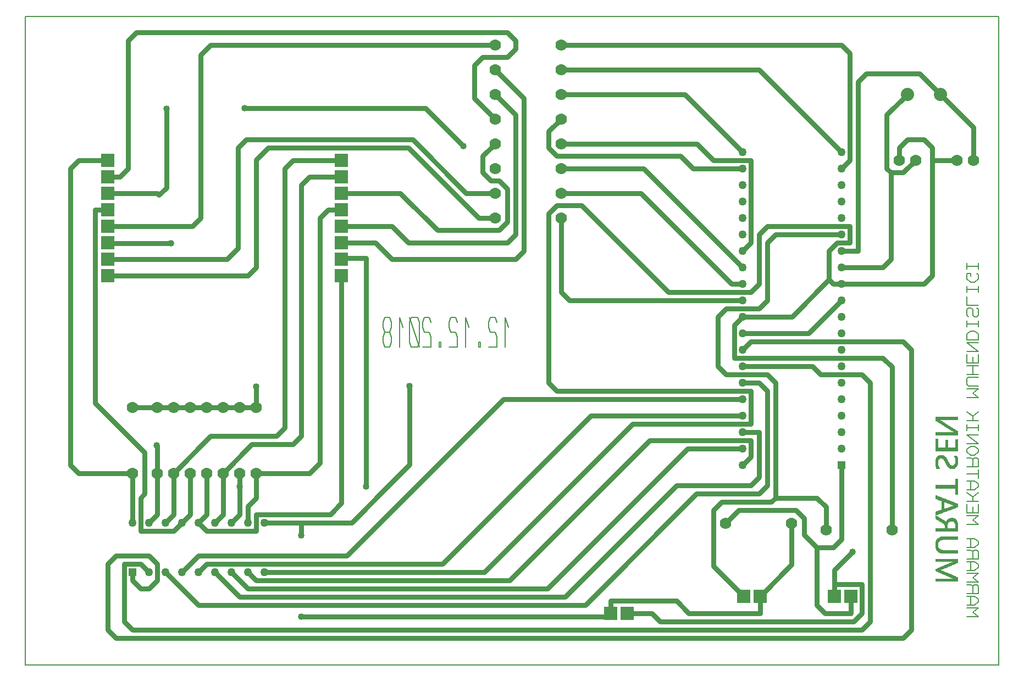
<source format=gbr>
G04 PROTEUS GERBER X2 FILE*
%TF.GenerationSoftware,Labcenter,Proteus,8.5-SP0-Build22067*%
%TF.CreationDate,2018-12-10T22:23:18+00:00*%
%TF.FileFunction,Copper,L16,Bot*%
%TF.FilePolarity,Positive*%
%TF.Part,Single*%
%FSLAX45Y45*%
%MOMM*%
G01*
%TA.AperFunction,Conductor*%
%ADD10C,0.762000*%
%TA.AperFunction,ViaPad*%
%ADD11C,1.016000*%
%TA.AperFunction,ComponentPad*%
%ADD12R,2.032000X2.032000*%
%ADD13R,1.270000X1.270000*%
%ADD14C,1.270000*%
%ADD15C,2.032000*%
%ADD16C,1.778000*%
%TA.AperFunction,Profile*%
%ADD17C,0.203200*%
%TA.AperFunction,NonConductor*%
%ADD18C,0.063500*%
%ADD19C,0.203200*%
D10*
X+5588000Y+2095500D02*
X+5588000Y+762000D01*
X+5461000Y+635000D01*
X+4826000Y+635000D01*
X+5588000Y+2095500D02*
X+5524500Y+2159000D01*
X+5524500Y+2984500D01*
X+5842000Y+3302000D01*
X+5588000Y+2095500D02*
X+5778500Y+2095500D01*
X+5969000Y+2286000D01*
X+6350000Y+3302000D02*
X+6032500Y+3619500D01*
X+5207000Y+3619500D01*
X+5080000Y+3492500D01*
X+5080000Y+889000D01*
X+4826000Y+889000D01*
X+6350000Y+3302000D02*
X+6858000Y+2794000D01*
X+6858000Y+2286000D01*
X+508000Y+4064000D02*
X+4826000Y+4064000D01*
X+4953000Y+3937000D01*
X+4953000Y+2286000D01*
X+4826000Y+2159000D01*
X+4826000Y+2413000D02*
X+3556000Y+3683000D01*
X+508000Y+3683000D01*
X+3302000Y-2413000D02*
X+3429000Y-2286000D01*
X+3429000Y-2032000D01*
X+1871729Y-2032000D01*
X-287271Y-4191000D01*
X-4191000Y-4191000D01*
X-4318000Y-4064000D01*
X-4572000Y-4064000D02*
X-4318000Y-4318000D01*
X+299849Y-4318000D01*
X+2458849Y-2159000D01*
X+3302000Y-2159000D01*
X-4826000Y-4064000D02*
X-4445000Y-4445000D01*
X+571500Y-4445000D01*
X+2286000Y-2730500D01*
X+3429000Y-2730500D01*
X+3556000Y-2603500D01*
X+3556000Y-1905000D01*
X+3302000Y-1905000D01*
X+3302000Y-1651000D02*
X+968718Y-1651000D01*
X-1317282Y-3937000D01*
X-4953000Y-3937000D01*
X-5080000Y-4064000D01*
X+3302000Y-1397000D02*
X-381000Y-1397000D01*
X-2794000Y-3810000D01*
X-5080000Y-3810000D01*
X-5334000Y-4064000D01*
X-5588000Y-4064000D02*
X-5080000Y-4572000D01*
X+877573Y-4572000D01*
X+2592073Y-2857500D01*
X+3556000Y-2857500D01*
X+3683000Y-2730500D01*
X+3683000Y-1270000D01*
X+3556000Y-1143000D01*
X+3302000Y-1143000D01*
X+3302000Y-889000D02*
X+4381500Y-889000D01*
X+4508500Y-1016000D01*
X+5143500Y-1016000D01*
X+5270500Y-1143000D01*
X+5270500Y-4826000D01*
X+5143500Y-4953000D01*
X-6096000Y-4953000D01*
X-6223000Y-4826000D01*
X-6223000Y-3937000D01*
X-5969000Y-3937000D01*
X-5842000Y-4064000D01*
X-6096000Y-4064000D02*
X-6096000Y-4191000D01*
X-5969000Y-4318000D01*
X-5842000Y-4318000D01*
X-5715000Y-4191000D01*
X-5715000Y-3937000D01*
X-5842000Y-3810000D01*
X-6350000Y-3810000D01*
X-6477000Y-3937000D01*
X-6477000Y-4953000D01*
X-6350000Y-5080000D01*
X+5778500Y-5080000D01*
X+5905500Y-4953000D01*
X+5905500Y-635000D01*
X+5778500Y-508000D01*
X+3429000Y-508000D01*
X+3302000Y-635000D01*
X+3302000Y+127000D02*
X+635000Y+127000D01*
X+508000Y+254000D01*
X+508000Y+1397000D01*
X+508000Y+1778000D02*
X+1740334Y+1778000D01*
X+3137334Y+381000D01*
X+3302000Y+381000D01*
X+3302000Y+635000D02*
X+1778000Y+2159000D01*
X+508000Y+2159000D01*
X+3302000Y+889000D02*
X+3429000Y+1016000D01*
X+3429000Y+2286000D01*
X+2857500Y+2286000D01*
X+2603500Y+2540000D01*
X+508000Y+2540000D01*
X+3302000Y+2159000D02*
X+2540000Y+2159000D01*
X+2349500Y+2349500D01*
X+444500Y+2349500D01*
X+317500Y+2476500D01*
X+317500Y+2730500D01*
X+508000Y+2921000D01*
X+508000Y+3302000D02*
X+2413000Y+3302000D01*
X+3302000Y+2413000D01*
X+3810000Y-2921000D02*
X+3810000Y-1143000D01*
X+3683000Y-1016000D01*
X+3048000Y-1016000D01*
X+2921000Y-889000D01*
X+2921000Y-127000D01*
X+3048000Y+0D01*
X+3556000Y+0D01*
X+3683000Y+127000D01*
X+3683000Y+1016000D01*
X+3810000Y+1143000D01*
X+4826000Y+1143000D01*
X+3810000Y-2921000D02*
X+3746500Y-2984500D01*
X+2984500Y-2984500D01*
X+2857500Y-3111500D01*
X+2857500Y-3976500D01*
X+3318000Y-4437000D01*
X+3810000Y-2921000D02*
X+4445000Y-2921000D01*
X+4588000Y-3064000D01*
X+4588000Y-3417000D01*
X+4445000Y-3683000D02*
X+4699000Y-3683000D01*
X+4826000Y-3556000D01*
X+4826000Y-2413000D01*
X+4445000Y-3683000D02*
X+4445000Y-4572000D01*
X+4572000Y-4699000D01*
X+4969000Y-4699000D01*
X+4969000Y-4437000D01*
X+4445000Y-3683000D02*
X+4254500Y-3492500D01*
X+4254500Y-3238500D01*
X+4127500Y-3111500D01*
X+3242500Y-3111500D01*
X+3040000Y-3314000D01*
X-6096000Y-2540000D02*
X-6921500Y-2540000D01*
X-7048500Y-2413000D01*
X-7048500Y+2159000D01*
X-6921500Y+2286000D01*
X-6477000Y+2286000D01*
X-6096000Y-2921000D02*
X-6096000Y-3302000D01*
X-6096000Y-2540000D02*
X-6096000Y-2921000D01*
X-5715000Y-2540000D02*
X-5715000Y-3175000D01*
X-5842000Y-3302000D01*
X-5461000Y-2540000D02*
X-4889500Y-1968500D01*
X-3873500Y-1968500D01*
X-3746500Y-1841500D01*
X-3746500Y+2159000D01*
X-3619500Y+2286000D01*
X-2877820Y+2286000D01*
X-5461000Y-2540000D02*
X-5461000Y-3175000D01*
X-5588000Y-3302000D01*
X-5334000Y-3302000D02*
X-5461000Y-3429000D01*
X-5969000Y-3429000D01*
X-5969000Y-2921000D01*
X-5905500Y-2857500D01*
X-5905500Y-2222500D01*
X-6667500Y-1460500D01*
X-6667500Y+1524000D01*
X-6477000Y+1524000D01*
X-5334000Y-3302000D02*
X-5207000Y-3175000D01*
X-5207000Y-2540000D01*
X-5080000Y-3302000D02*
X-4953000Y-3429000D01*
X-4191000Y-3429000D01*
X-4191000Y-3175000D01*
X-3048000Y-3175000D01*
X-2877820Y-3004820D01*
X-2877820Y+508000D01*
X-5080000Y-3302000D02*
X-4953000Y-3175000D01*
X-4953000Y-2540000D01*
X-4699000Y-2540000D02*
X-4254500Y-2095500D01*
X-3619500Y-2095500D01*
X-3492500Y-1968500D01*
X-3492500Y+1905000D01*
X-3365500Y+2032000D01*
X-2877820Y+2032000D01*
X-4699000Y-2540000D02*
X-4699000Y-3175000D01*
X-4826000Y-3302000D01*
X-4191000Y-2540000D02*
X-3365500Y-2540000D01*
X-3210323Y-2384823D01*
X-3210323Y+1397000D01*
X-3083323Y+1524000D01*
X-2877820Y+1524000D01*
X-4191000Y-2540000D02*
X-4191000Y-2921000D01*
X-4318000Y-3048000D01*
X-4318000Y-3302000D01*
X-508000Y+4064000D02*
X-4889500Y+4064000D01*
X-5045551Y+3907949D01*
X-5045551Y+1397000D01*
X-5172551Y+1270000D01*
X-6477000Y+1270000D01*
X-508000Y+3683000D02*
X-63500Y+3238500D01*
X-63500Y+889000D01*
X-190500Y+762000D01*
X-2095500Y+762000D01*
X-2349500Y+1016000D01*
X-2877820Y+1016000D01*
X-2877820Y+1270000D02*
X-2095500Y+1270000D01*
X-1841500Y+1016000D01*
X-317500Y+1016000D01*
X-190500Y+1143000D01*
X-190500Y+2984500D01*
X-508000Y+3302000D01*
X-6477000Y+2032000D02*
X-6286500Y+2032000D01*
X-6159500Y+2159000D01*
X-6159500Y+4127500D01*
X-6032500Y+4254500D01*
X-317500Y+4254500D01*
X-190500Y+4127500D01*
X-190500Y+4000500D01*
X-317500Y+3873500D01*
X-698500Y+3873500D01*
X-825500Y+3746500D01*
X-825500Y+3238500D01*
X-508000Y+2921000D01*
X-2877820Y+1778000D02*
X-1968500Y+1778000D01*
X-1397000Y+1206500D01*
X-444500Y+1206500D01*
X-317500Y+1333500D01*
X-317500Y+1841500D01*
X-444500Y+1968500D01*
X-571500Y+1968500D01*
X-698500Y+2095500D01*
X-698500Y+2349500D01*
X-508000Y+2540000D01*
X-6477000Y+762000D02*
X-4635500Y+762000D01*
X-4468395Y+929105D01*
X-4468395Y+2476500D01*
X-4341395Y+2603500D01*
X-1778000Y+2603500D01*
X-952500Y+1778000D01*
X-508000Y+1778000D01*
X-508000Y+1397000D02*
X-762000Y+1397000D01*
X-1841500Y+2476500D01*
X-4000500Y+2476500D01*
X-4190043Y+2286957D01*
X-4190043Y+635000D01*
X-4317043Y+508000D01*
X-6477000Y+508000D01*
X-4699000Y-1524000D02*
X-4445000Y-1524000D01*
X-5461000Y-1524000D02*
X-5207000Y-1524000D01*
X-5715000Y-1524000D02*
X-5461000Y-1524000D01*
X-4445000Y-1524000D02*
X-4191000Y-1524000D01*
X-5715000Y-1524000D02*
X-5905500Y-1524000D01*
X-6096000Y-1524000D01*
X+1270000Y-4699000D02*
X+1270000Y-4508500D01*
X+2286000Y-4508500D01*
X+2476500Y-4699000D01*
X+3572000Y-4699000D01*
X+3572000Y-4437000D01*
X+4056000Y-3953000D01*
X+4056000Y-3314000D01*
X-4953000Y-1524000D02*
X-4699000Y-1524000D01*
X-5207000Y-1524000D02*
X-4953000Y-1524000D01*
X+3302000Y-127000D02*
X+3175000Y-254000D01*
X+3175000Y-762000D01*
X+5461000Y-762000D01*
X+5604000Y-905000D01*
X+5604000Y-3417000D01*
X+5143500Y-4254500D02*
X+5143500Y-4699000D01*
X+5016500Y-4826000D01*
X+2032000Y-4826000D01*
X+1905000Y-4699000D01*
X+1524000Y-4699000D01*
X+4635500Y+444500D02*
X+4635500Y+889000D01*
X+4762500Y+1016000D01*
X+4953000Y+1016000D01*
X+4953000Y+1270000D01*
X+3683000Y+1270000D01*
X+3556000Y+1143000D01*
X+3556000Y+381000D01*
X+3429000Y+254000D01*
X+2159000Y+254000D01*
X+825500Y+1587500D01*
X+444500Y+1587500D01*
X+317500Y+1460500D01*
X+317500Y-1143000D01*
X+444500Y-1270000D01*
X+3429000Y-1270000D01*
X+3429000Y-1778000D01*
X+1611487Y-1778000D01*
X-674513Y-4064000D01*
X-4064000Y-4064000D01*
X+4826000Y+381000D02*
X+6096000Y+381000D01*
X+6223000Y+508000D01*
X+6223000Y+2286000D01*
X+3302000Y-127000D02*
X+4064000Y-127000D01*
X+4635500Y+444500D01*
X+6223000Y+2286000D02*
X+6604000Y+2286000D01*
X+6223000Y+2286000D02*
X+6223000Y+2476500D01*
X+6096000Y+2603500D01*
X+5842000Y+2603500D01*
X+5715000Y+2476500D01*
X+5715000Y+2286000D01*
X+4826000Y+381000D02*
X+4699000Y+381000D01*
X+4635500Y+444500D01*
X+3302000Y-381000D02*
X+4318000Y-381000D01*
X+4826000Y+127000D01*
X-2500000Y-2750000D02*
X-2500000Y+771486D01*
X-2507417Y+778903D01*
X-2860917Y+778903D01*
X-2877820Y+762000D01*
X-4445000Y-2540000D02*
X-4445000Y-2750000D01*
X-4445000Y-3175000D01*
X-4572000Y-3302000D01*
X-5715000Y-2540000D02*
X-5715000Y-2119669D01*
X-5721004Y-2113665D01*
X-5500000Y+1000000D02*
X-6461000Y+1000000D01*
X-6477000Y+1016000D01*
X-6477000Y+1778000D02*
X-5717236Y+1778000D01*
X-5686136Y+1746900D01*
X-5570681Y+1862355D01*
X-5570681Y+2785990D01*
X-5570681Y+3074957D01*
X-5572693Y+3076969D01*
X-4365055Y+3084819D02*
X-1584819Y+3084819D01*
X-1000000Y+2500000D01*
X-4191000Y-1524000D02*
X-4191000Y-1211886D01*
X-4186562Y-1207448D01*
X-3500000Y-3302000D02*
X-3500000Y-3500000D01*
X-3500000Y-4750000D02*
X+1219000Y-4750000D01*
X+1270000Y-4699000D01*
X-1825157Y-1197894D02*
X-1825157Y-2408362D01*
X-2129427Y-2712632D01*
X-2718795Y-3302000D01*
X-3500000Y-3302000D01*
X-4064000Y-3302000D01*
X+4715000Y-4437000D02*
X+4715000Y-4254500D01*
X+4715000Y-4035000D01*
X+5000000Y-3750000D01*
X+5143500Y-4254500D02*
X+4715000Y-4254500D01*
D11*
X-4445000Y-2750000D03*
X-2500000Y-2750000D03*
X-5721004Y-2113665D03*
X-5500000Y+1000000D03*
X-5572693Y+3076969D03*
X-4365055Y+3084819D03*
X-1000000Y+2500000D03*
X-4186562Y-1207448D03*
X-1825157Y-1197894D03*
X-3500000Y-3500000D03*
X-3500000Y-4750000D03*
X+5000000Y-3750000D03*
D12*
X-6477000Y+2286000D03*
X-6477000Y+2032000D03*
X-6477000Y+1778000D03*
X-6477000Y+1524000D03*
X-6477000Y+1270000D03*
X-6477000Y+1016000D03*
X-6477000Y+762000D03*
X-6477000Y+508000D03*
X-2877820Y+2286000D03*
X-2877820Y+2032000D03*
X-2877820Y+1778000D03*
X-2877820Y+1524000D03*
X-2877820Y+1270000D03*
X-2877820Y+1016000D03*
X-2877820Y+762000D03*
X-2877820Y+508000D03*
D13*
X+4826000Y-2413000D03*
D14*
X+4826000Y-2159000D03*
X+4826000Y-1905000D03*
X+4826000Y-1651000D03*
X+4826000Y-1397000D03*
X+4826000Y-1143000D03*
X+4826000Y-889000D03*
X+4826000Y-635000D03*
X+4826000Y-381000D03*
X+4826000Y-127000D03*
X+4826000Y+127000D03*
X+4826000Y+381000D03*
X+4826000Y+635000D03*
X+4826000Y+889000D03*
X+4826000Y+1143000D03*
X+4826000Y+1397000D03*
X+4826000Y+1651000D03*
X+4826000Y+1905000D03*
X+4826000Y+2159000D03*
X+4826000Y+2413000D03*
X+3302000Y+2413000D03*
X+3302000Y+2159000D03*
X+3302000Y+1905000D03*
X+3302000Y+1651000D03*
X+3302000Y+1397000D03*
X+3302000Y+1143000D03*
X+3302000Y+889000D03*
X+3302000Y+635000D03*
X+3302000Y+381000D03*
X+3302000Y+127000D03*
X+3302000Y-127000D03*
X+3302000Y-381000D03*
X+3302000Y-635000D03*
X+3302000Y-889000D03*
X+3302000Y-1143000D03*
X+3302000Y-1397000D03*
X+3302000Y-1651000D03*
X+3302000Y-1905000D03*
X+3302000Y-2159000D03*
X+3302000Y-2413000D03*
D15*
X+6350000Y+3302000D03*
X+5842000Y+3302000D03*
D16*
X+5715000Y+2286000D03*
X+5969000Y+2286000D03*
X+6604000Y+2286000D03*
X+6858000Y+2286000D03*
X-508000Y+4064000D03*
X+508000Y+4064000D03*
X-508000Y+3683000D03*
X+508000Y+3683000D03*
X-508000Y+3302000D03*
X+508000Y+3302000D03*
X-508000Y+2921000D03*
X+508000Y+2921000D03*
X-508000Y+2540000D03*
X+508000Y+2540000D03*
X-508000Y+2159000D03*
X+508000Y+2159000D03*
X-508000Y+1778000D03*
X+508000Y+1778000D03*
X-508000Y+1397000D03*
X+508000Y+1397000D03*
D13*
X-6096000Y-4064000D03*
D14*
X-5842000Y-4064000D03*
X-5588000Y-4064000D03*
X-5334000Y-4064000D03*
X-5080000Y-4064000D03*
X-4826000Y-4064000D03*
X-4572000Y-4064000D03*
X-4318000Y-4064000D03*
X-4064000Y-4064000D03*
X-4064000Y-3302000D03*
X-4318000Y-3302000D03*
X-4572000Y-3302000D03*
X-4826000Y-3302000D03*
X-5080000Y-3302000D03*
X-5334000Y-3302000D03*
X-5588000Y-3302000D03*
X-5842000Y-3302000D03*
X-6096000Y-3302000D03*
D16*
X-6096000Y-2540000D03*
X-6096000Y-1524000D03*
X-5715000Y-2540000D03*
X-5715000Y-1524000D03*
X-5461000Y-2540000D03*
X-5461000Y-1524000D03*
X-5207000Y-2540000D03*
X-5207000Y-1524000D03*
X-4953000Y-2540000D03*
X-4953000Y-1524000D03*
X-4699000Y-2540000D03*
X-4699000Y-1524000D03*
X-4445000Y-2540000D03*
X-4445000Y-1524000D03*
X-4191000Y-2540000D03*
X-4191000Y-1524000D03*
D12*
X+1270000Y-4699000D03*
X+1524000Y-4699000D03*
X+4715000Y-4437000D03*
X+4969000Y-4437000D03*
D16*
X+3040000Y-3314000D03*
X+4056000Y-3314000D03*
X+4588000Y-3417000D03*
X+5604000Y-3417000D03*
D12*
X+3318000Y-4437000D03*
X+3572000Y-4437000D03*
D17*
X-7750000Y-5500000D02*
X+7250000Y-5500000D01*
X+7250000Y+4500000D01*
X-7750000Y+4500000D01*
X-7750000Y-5500000D01*
D18*
X+6271558Y-3678500D02*
X+6271558Y-3617540D01*
X+6271558Y-2413580D02*
X+6271558Y-2347540D01*
X+6276638Y-4206820D02*
X+6276638Y-4166180D01*
X+6276638Y-4044260D02*
X+6276638Y-4018860D01*
X+6276638Y-3902020D02*
X+6276638Y-3861380D01*
X+6276638Y-3698820D02*
X+6276638Y-3592140D01*
X+6276638Y-3434660D02*
X+6276638Y-3388940D01*
X+6276638Y-3241620D02*
X+6276638Y-3190820D01*
X+6276638Y-3185740D02*
X+6276638Y-3134940D01*
X+6276638Y-2931740D02*
X+6276638Y-2880940D01*
X+6276638Y-2769180D02*
X+6276638Y-2723460D01*
X+6276638Y-2433900D02*
X+6276638Y-2327220D01*
X+6276638Y-2195140D02*
X+6276638Y-2012260D01*
X+6276638Y-1951300D02*
X+6276638Y-1905580D01*
X+6276638Y-1727780D02*
X+6276638Y-1671900D01*
X+6281718Y-4206820D02*
X+6281718Y-4166180D01*
X+6281718Y-4049340D02*
X+6281718Y-4013780D01*
X+6281718Y-3902020D02*
X+6281718Y-3861380D01*
X+6281718Y-3714060D02*
X+6281718Y-3581980D01*
X+6281718Y-3434660D02*
X+6281718Y-3388940D01*
X+6281718Y-3246700D02*
X+6281718Y-3195900D01*
X+6281718Y-3180660D02*
X+6281718Y-3129860D01*
X+6281718Y-2936820D02*
X+6281718Y-2886020D01*
X+6281718Y-2769180D02*
X+6281718Y-2723460D01*
X+6281718Y-2454220D02*
X+6281718Y-2311980D01*
X+6281718Y-2195140D02*
X+6281718Y-2012260D01*
X+6281718Y-1951300D02*
X+6281718Y-1905580D01*
X+6281718Y-1732860D02*
X+6281718Y-1671900D01*
X+6286798Y-4206820D02*
X+6286798Y-4166180D01*
X+6286798Y-4049340D02*
X+6286798Y-4013780D01*
X+6286798Y-3902020D02*
X+6286798Y-3861380D01*
X+6286798Y-3724220D02*
X+6286798Y-3571820D01*
X+6286798Y-3434660D02*
X+6286798Y-3388940D01*
X+6286798Y-3246700D02*
X+6286798Y-3195900D01*
X+6286798Y-3180660D02*
X+6286798Y-3129860D01*
X+6286798Y-2936820D02*
X+6286798Y-2886020D01*
X+6286798Y-2769180D02*
X+6286798Y-2723460D01*
X+6286798Y-2464380D02*
X+6286798Y-2301820D01*
X+6286798Y-2195140D02*
X+6286798Y-2012260D01*
X+6286798Y-1951300D02*
X+6286798Y-1905580D01*
X+6286798Y-1732860D02*
X+6286798Y-1671900D01*
X+6291878Y-4206820D02*
X+6291878Y-4166180D01*
X+6291878Y-4054420D02*
X+6291878Y-4013780D01*
X+6291878Y-3902020D02*
X+6291878Y-3861380D01*
X+6291878Y-3729300D02*
X+6291878Y-3561660D01*
X+6291878Y-3434660D02*
X+6291878Y-3388940D01*
X+6291878Y-3251780D02*
X+6291878Y-3200980D01*
X+6291878Y-3180660D02*
X+6291878Y-3129860D01*
X+6291878Y-2936820D02*
X+6291878Y-2886020D01*
X+6291878Y-2769180D02*
X+6291878Y-2723460D01*
X+6291878Y-2469460D02*
X+6291878Y-2296740D01*
X+6291878Y-2195140D02*
X+6291878Y-2012260D01*
X+6291878Y-1951300D02*
X+6291878Y-1905580D01*
X+6291878Y-1737940D02*
X+6291878Y-1671900D01*
X+6296958Y-4206820D02*
X+6296958Y-4166180D01*
X+6296958Y-4054420D02*
X+6296958Y-4008700D01*
X+6296958Y-3902020D02*
X+6296958Y-3861380D01*
X+6296958Y-3734380D02*
X+6296958Y-3556580D01*
X+6296958Y-3434660D02*
X+6296958Y-3388940D01*
X+6296958Y-3256860D02*
X+6296958Y-3206060D01*
X+6296958Y-3175580D02*
X+6296958Y-3124780D01*
X+6296958Y-2941900D02*
X+6296958Y-2891100D01*
X+6296958Y-2769180D02*
X+6296958Y-2723460D01*
X+6296958Y-2469460D02*
X+6296958Y-2286580D01*
X+6296958Y-2195140D02*
X+6296958Y-2012260D01*
X+6296958Y-1951300D02*
X+6296958Y-1905580D01*
X+6296958Y-1743020D02*
X+6296958Y-1671900D01*
X+6302038Y-4206820D02*
X+6302038Y-4166180D01*
X+6302038Y-4054420D02*
X+6302038Y-4008700D01*
X+6302038Y-3902020D02*
X+6302038Y-3861380D01*
X+6302038Y-3739460D02*
X+6302038Y-3551500D01*
X+6302038Y-3434660D02*
X+6302038Y-3388940D01*
X+6302038Y-3256860D02*
X+6302038Y-3206060D01*
X+6302038Y-3175580D02*
X+6302038Y-3124780D01*
X+6302038Y-2941900D02*
X+6302038Y-2891100D01*
X+6302038Y-2769180D02*
X+6302038Y-2723460D01*
X+6302038Y-2469460D02*
X+6302038Y-2281500D01*
X+6302038Y-2195140D02*
X+6302038Y-2012260D01*
X+6302038Y-1951300D02*
X+6302038Y-1905580D01*
X+6302038Y-1743020D02*
X+6302038Y-1671900D01*
X+6307118Y-4206820D02*
X+6307118Y-4166180D01*
X+6307118Y-4059500D02*
X+6307118Y-4003620D01*
X+6307118Y-3902020D02*
X+6307118Y-3861380D01*
X+6307118Y-3744540D02*
X+6307118Y-3546420D01*
X+6307118Y-3434660D02*
X+6307118Y-3388940D01*
X+6307118Y-3261940D02*
X+6307118Y-3211140D01*
X+6307118Y-3175580D02*
X+6307118Y-3124780D01*
X+6307118Y-2941900D02*
X+6307118Y-2896180D01*
X+6307118Y-2769180D02*
X+6307118Y-2723460D01*
X+6307118Y-2469460D02*
X+6307118Y-2276420D01*
X+6307118Y-2195140D02*
X+6307118Y-2012260D01*
X+6307118Y-1951300D02*
X+6307118Y-1905580D01*
X+6307118Y-1748100D02*
X+6307118Y-1671900D01*
X+6312198Y-4206820D02*
X+6312198Y-4166180D01*
X+6312198Y-4059500D02*
X+6312198Y-4003620D01*
X+6312198Y-3902020D02*
X+6312198Y-3861380D01*
X+6312198Y-3749620D02*
X+6312198Y-3668340D01*
X+6312198Y-3617540D02*
X+6312198Y-3541340D01*
X+6312198Y-3434660D02*
X+6312198Y-3388940D01*
X+6312198Y-3261940D02*
X+6312198Y-3211140D01*
X+6312198Y-3170500D02*
X+6312198Y-3119700D01*
X+6312198Y-2946980D02*
X+6312198Y-2896180D01*
X+6312198Y-2769180D02*
X+6312198Y-2723460D01*
X+6312198Y-2469460D02*
X+6312198Y-2403420D01*
X+6312198Y-2347540D02*
X+6312198Y-2276420D01*
X+6312198Y-2195140D02*
X+6312198Y-2012260D01*
X+6312198Y-1951300D02*
X+6312198Y-1905580D01*
X+6312198Y-1748100D02*
X+6312198Y-1671900D01*
X+6317278Y-4206820D02*
X+6317278Y-4166180D01*
X+6317278Y-4064580D02*
X+6317278Y-3998540D01*
X+6317278Y-3902020D02*
X+6317278Y-3861380D01*
X+6317278Y-3754700D02*
X+6317278Y-3683580D01*
X+6317278Y-3602300D02*
X+6317278Y-3541340D01*
X+6317278Y-3434660D02*
X+6317278Y-3388940D01*
X+6317278Y-3267020D02*
X+6317278Y-3216220D01*
X+6317278Y-3170500D02*
X+6317278Y-3119700D01*
X+6317278Y-2946980D02*
X+6317278Y-2896180D01*
X+6317278Y-2769180D02*
X+6317278Y-2723460D01*
X+6317278Y-2469460D02*
X+6317278Y-2423740D01*
X+6317278Y-2332300D02*
X+6317278Y-2271340D01*
X+6317278Y-2195140D02*
X+6317278Y-2149420D01*
X+6317278Y-1951300D02*
X+6317278Y-1905580D01*
X+6317278Y-1753180D02*
X+6317278Y-1671900D01*
X+6322358Y-4206820D02*
X+6322358Y-4166180D01*
X+6322358Y-4064580D02*
X+6322358Y-3998540D01*
X+6322358Y-3902020D02*
X+6322358Y-3861380D01*
X+6322358Y-3754700D02*
X+6322358Y-3693740D01*
X+6322358Y-3597220D02*
X+6322358Y-3536260D01*
X+6322358Y-3434660D02*
X+6322358Y-3388940D01*
X+6322358Y-3272100D02*
X+6322358Y-3221300D01*
X+6322358Y-3165420D02*
X+6322358Y-3119700D01*
X+6322358Y-2952060D02*
X+6322358Y-2901260D01*
X+6322358Y-2769180D02*
X+6322358Y-2723460D01*
X+6322358Y-2469460D02*
X+6322358Y-2438980D01*
X+6322358Y-2322140D02*
X+6322358Y-2271340D01*
X+6322358Y-2195140D02*
X+6322358Y-2149420D01*
X+6322358Y-1951300D02*
X+6322358Y-1905580D01*
X+6322358Y-1758260D02*
X+6322358Y-1671900D01*
X+6327438Y-4206820D02*
X+6327438Y-4166180D01*
X+6327438Y-4069660D02*
X+6327438Y-3998540D01*
X+6327438Y-3902020D02*
X+6327438Y-3861380D01*
X+6327438Y-3759780D02*
X+6327438Y-3698820D01*
X+6327438Y-3587060D02*
X+6327438Y-3531180D01*
X+6327438Y-3434660D02*
X+6327438Y-3388940D01*
X+6327438Y-3272100D02*
X+6327438Y-3221300D01*
X+6327438Y-3165420D02*
X+6327438Y-3114620D01*
X+6327438Y-2952060D02*
X+6327438Y-2901260D01*
X+6327438Y-2769180D02*
X+6327438Y-2723460D01*
X+6327438Y-2469460D02*
X+6327438Y-2449140D01*
X+6327438Y-2317060D02*
X+6327438Y-2266260D01*
X+6327438Y-2195140D02*
X+6327438Y-2149420D01*
X+6327438Y-1951300D02*
X+6327438Y-1905580D01*
X+6327438Y-1758260D02*
X+6327438Y-1671900D01*
X+6332518Y-4206820D02*
X+6332518Y-4166180D01*
X+6332518Y-4069660D02*
X+6332518Y-3993460D01*
X+6332518Y-3902020D02*
X+6332518Y-3861380D01*
X+6332518Y-3759780D02*
X+6332518Y-3703900D01*
X+6332518Y-3581980D02*
X+6332518Y-3531180D01*
X+6332518Y-3434660D02*
X+6332518Y-3388940D01*
X+6332518Y-3277180D02*
X+6332518Y-3226380D01*
X+6332518Y-3165420D02*
X+6332518Y-3114620D01*
X+6332518Y-2952060D02*
X+6332518Y-2901260D01*
X+6332518Y-2769180D02*
X+6332518Y-2723460D01*
X+6332518Y-2469460D02*
X+6332518Y-2459300D01*
X+6332518Y-2311980D02*
X+6332518Y-2266260D01*
X+6332518Y-2195140D02*
X+6332518Y-2149420D01*
X+6332518Y-1951300D02*
X+6332518Y-1905580D01*
X+6332518Y-1763340D02*
X+6332518Y-1671900D01*
X+6337598Y-4206820D02*
X+6337598Y-4166180D01*
X+6337598Y-4069660D02*
X+6337598Y-3993460D01*
X+6337598Y-3902020D02*
X+6337598Y-3861380D01*
X+6337598Y-3764860D02*
X+6337598Y-3708980D01*
X+6337598Y-3581980D02*
X+6337598Y-3531180D01*
X+6337598Y-3434660D02*
X+6337598Y-3388940D01*
X+6337598Y-3277180D02*
X+6337598Y-3226380D01*
X+6337598Y-3160340D02*
X+6337598Y-3114620D01*
X+6337598Y-2957140D02*
X+6337598Y-2906340D01*
X+6337598Y-2769180D02*
X+6337598Y-2723460D01*
X+6337598Y-2469460D02*
X+6337598Y-2464380D01*
X+6337598Y-2311980D02*
X+6337598Y-2266260D01*
X+6337598Y-2195140D02*
X+6337598Y-2149420D01*
X+6337598Y-1951300D02*
X+6337598Y-1905580D01*
X+6337598Y-1768420D02*
X+6337598Y-1722700D01*
X+6337598Y-1717620D02*
X+6337598Y-1671900D01*
X+6342678Y-4206820D02*
X+6342678Y-4166180D01*
X+6342678Y-4074740D02*
X+6342678Y-4034100D01*
X+6342678Y-4029020D02*
X+6342678Y-3988380D01*
X+6342678Y-3902020D02*
X+6342678Y-3861380D01*
X+6342678Y-3764860D02*
X+6342678Y-3714060D01*
X+6342678Y-3576900D02*
X+6342678Y-3526100D01*
X+6342678Y-3434660D02*
X+6342678Y-3388940D01*
X+6342678Y-3282260D02*
X+6342678Y-3231460D01*
X+6342678Y-3160340D02*
X+6342678Y-3109540D01*
X+6342678Y-2957140D02*
X+6342678Y-2906340D01*
X+6342678Y-2769180D02*
X+6342678Y-2723460D01*
X+6342678Y-2306900D02*
X+6342678Y-2261180D01*
X+6342678Y-2195140D02*
X+6342678Y-2149420D01*
X+6342678Y-1951300D02*
X+6342678Y-1905580D01*
X+6342678Y-1768420D02*
X+6342678Y-1722700D01*
X+6342678Y-1717620D02*
X+6342678Y-1671900D01*
X+6347758Y-4206820D02*
X+6347758Y-4166180D01*
X+6347758Y-4074740D02*
X+6347758Y-4034100D01*
X+6347758Y-4029020D02*
X+6347758Y-3988380D01*
X+6347758Y-3902020D02*
X+6347758Y-3861380D01*
X+6347758Y-3764860D02*
X+6347758Y-3714060D01*
X+6347758Y-3571820D02*
X+6347758Y-3526100D01*
X+6347758Y-3434660D02*
X+6347758Y-3388940D01*
X+6347758Y-3282260D02*
X+6347758Y-3236540D01*
X+6347758Y-3160340D02*
X+6347758Y-3109540D01*
X+6347758Y-2957140D02*
X+6347758Y-2911420D01*
X+6347758Y-2769180D02*
X+6347758Y-2723460D01*
X+6347758Y-2306900D02*
X+6347758Y-2261180D01*
X+6347758Y-2195140D02*
X+6347758Y-2149420D01*
X+6347758Y-1951300D02*
X+6347758Y-1905580D01*
X+6347758Y-1773500D02*
X+6347758Y-1727780D01*
X+6347758Y-1717620D02*
X+6347758Y-1671900D01*
X+6352838Y-4206820D02*
X+6352838Y-4166180D01*
X+6352838Y-4079820D02*
X+6352838Y-4034100D01*
X+6352838Y-4023940D02*
X+6352838Y-3983300D01*
X+6352838Y-3902020D02*
X+6352838Y-3861380D01*
X+6352838Y-3769940D02*
X+6352838Y-3719140D01*
X+6352838Y-3571820D02*
X+6352838Y-3521020D01*
X+6352838Y-3434660D02*
X+6352838Y-3388940D01*
X+6352838Y-3287340D02*
X+6352838Y-3236540D01*
X+6352838Y-3155260D02*
X+6352838Y-3109540D01*
X+6352838Y-2962220D02*
X+6352838Y-2911420D01*
X+6352838Y-2769180D02*
X+6352838Y-2723460D01*
X+6352838Y-2306900D02*
X+6352838Y-2261180D01*
X+6352838Y-2195140D02*
X+6352838Y-2149420D01*
X+6352838Y-1951300D02*
X+6352838Y-1905580D01*
X+6352838Y-1773500D02*
X+6352838Y-1727780D01*
X+6352838Y-1717620D02*
X+6352838Y-1671900D01*
X+6357918Y-4206820D02*
X+6357918Y-4166180D01*
X+6357918Y-4079820D02*
X+6357918Y-4039180D01*
X+6357918Y-4023940D02*
X+6357918Y-3983300D01*
X+6357918Y-3902020D02*
X+6357918Y-3861380D01*
X+6357918Y-3769940D02*
X+6357918Y-3719140D01*
X+6357918Y-3566740D02*
X+6357918Y-3521020D01*
X+6357918Y-3434660D02*
X+6357918Y-3388940D01*
X+6357918Y-3292420D02*
X+6357918Y-3241620D01*
X+6357918Y-3155260D02*
X+6357918Y-3104460D01*
X+6357918Y-2962220D02*
X+6357918Y-2911420D01*
X+6357918Y-2769180D02*
X+6357918Y-2723460D01*
X+6357918Y-2306900D02*
X+6357918Y-2261180D01*
X+6357918Y-2195140D02*
X+6357918Y-2149420D01*
X+6357918Y-1951300D02*
X+6357918Y-1905580D01*
X+6357918Y-1778580D02*
X+6357918Y-1732860D01*
X+6357918Y-1717620D02*
X+6357918Y-1671900D01*
X+6362998Y-4206820D02*
X+6362998Y-4166180D01*
X+6362998Y-4084900D02*
X+6362998Y-4039180D01*
X+6362998Y-4023940D02*
X+6362998Y-3983300D01*
X+6362998Y-3902020D02*
X+6362998Y-3861380D01*
X+6362998Y-3769940D02*
X+6362998Y-3724220D01*
X+6362998Y-3566740D02*
X+6362998Y-3521020D01*
X+6362998Y-3434660D02*
X+6362998Y-3388940D01*
X+6362998Y-3292420D02*
X+6362998Y-3241620D01*
X+6362998Y-3150180D02*
X+6362998Y-3104460D01*
X+6362998Y-2962220D02*
X+6362998Y-2916500D01*
X+6362998Y-2769180D02*
X+6362998Y-2723460D01*
X+6362998Y-2306900D02*
X+6362998Y-2261180D01*
X+6362998Y-2195140D02*
X+6362998Y-2149420D01*
X+6362998Y-1951300D02*
X+6362998Y-1905580D01*
X+6362998Y-1783660D02*
X+6362998Y-1737940D01*
X+6362998Y-1717620D02*
X+6362998Y-1671900D01*
X+6368078Y-4206820D02*
X+6368078Y-4166180D01*
X+6368078Y-4084900D02*
X+6368078Y-4039180D01*
X+6368078Y-4018860D02*
X+6368078Y-3978220D01*
X+6368078Y-3902020D02*
X+6368078Y-3861380D01*
X+6368078Y-3769940D02*
X+6368078Y-3724220D01*
X+6368078Y-3566740D02*
X+6368078Y-3521020D01*
X+6368078Y-3434660D02*
X+6368078Y-3388940D01*
X+6368078Y-3297500D02*
X+6368078Y-3246700D01*
X+6368078Y-3150180D02*
X+6368078Y-2916500D01*
X+6368078Y-2769180D02*
X+6368078Y-2723460D01*
X+6368078Y-2306900D02*
X+6368078Y-2261180D01*
X+6368078Y-2195140D02*
X+6368078Y-2149420D01*
X+6368078Y-1951300D02*
X+6368078Y-1905580D01*
X+6368078Y-1783660D02*
X+6368078Y-1737940D01*
X+6368078Y-1717620D02*
X+6368078Y-1671900D01*
X+6373158Y-4206820D02*
X+6373158Y-4166180D01*
X+6373158Y-4084900D02*
X+6373158Y-4044260D01*
X+6373158Y-4018860D02*
X+6373158Y-3978220D01*
X+6373158Y-3902020D02*
X+6373158Y-3861380D01*
X+6373158Y-3775020D02*
X+6373158Y-3724220D01*
X+6373158Y-3566740D02*
X+6373158Y-3521020D01*
X+6373158Y-3434660D02*
X+6373158Y-3388940D01*
X+6373158Y-3297500D02*
X+6373158Y-3251780D01*
X+6373158Y-3150180D02*
X+6373158Y-2921580D01*
X+6373158Y-2769180D02*
X+6373158Y-2723460D01*
X+6373158Y-2306900D02*
X+6373158Y-2261180D01*
X+6373158Y-2195140D02*
X+6373158Y-2149420D01*
X+6373158Y-1951300D02*
X+6373158Y-1905580D01*
X+6373158Y-1788740D02*
X+6373158Y-1743020D01*
X+6373158Y-1717620D02*
X+6373158Y-1671900D01*
X+6378238Y-4206820D02*
X+6378238Y-4166180D01*
X+6378238Y-4089980D02*
X+6378238Y-4044260D01*
X+6378238Y-4018860D02*
X+6378238Y-3973140D01*
X+6378238Y-3902020D02*
X+6378238Y-3861380D01*
X+6378238Y-3775020D02*
X+6378238Y-3724220D01*
X+6378238Y-3561660D02*
X+6378238Y-3515940D01*
X+6378238Y-3434660D02*
X+6378238Y-3388940D01*
X+6378238Y-3302580D02*
X+6378238Y-3251780D01*
X+6378238Y-3145100D02*
X+6378238Y-2921580D01*
X+6378238Y-2769180D02*
X+6378238Y-2723460D01*
X+6378238Y-2311980D02*
X+6378238Y-2261180D01*
X+6378238Y-2195140D02*
X+6378238Y-2149420D01*
X+6378238Y-1951300D02*
X+6378238Y-1905580D01*
X+6378238Y-1793820D02*
X+6378238Y-1748100D01*
X+6378238Y-1717620D02*
X+6378238Y-1671900D01*
X+6383318Y-4206820D02*
X+6383318Y-4166180D01*
X+6383318Y-4089980D02*
X+6383318Y-4049340D01*
X+6383318Y-4013780D02*
X+6383318Y-3973140D01*
X+6383318Y-3902020D02*
X+6383318Y-3861380D01*
X+6383318Y-3775020D02*
X+6383318Y-3729300D01*
X+6383318Y-3561660D02*
X+6383318Y-3515940D01*
X+6383318Y-3434660D02*
X+6383318Y-3388940D01*
X+6383318Y-3307660D02*
X+6383318Y-3256860D01*
X+6383318Y-3145100D02*
X+6383318Y-2921580D01*
X+6383318Y-2769180D02*
X+6383318Y-2723460D01*
X+6383318Y-2311980D02*
X+6383318Y-2266260D01*
X+6383318Y-2195140D02*
X+6383318Y-2149420D01*
X+6383318Y-1951300D02*
X+6383318Y-1905580D01*
X+6383318Y-1793820D02*
X+6383318Y-1748100D01*
X+6383318Y-1717620D02*
X+6383318Y-1671900D01*
X+6388398Y-4206820D02*
X+6388398Y-4166180D01*
X+6388398Y-4095060D02*
X+6388398Y-4049340D01*
X+6388398Y-4013780D02*
X+6388398Y-3973140D01*
X+6388398Y-3902020D02*
X+6388398Y-3861380D01*
X+6388398Y-3775020D02*
X+6388398Y-3729300D01*
X+6388398Y-3561660D02*
X+6388398Y-3515940D01*
X+6388398Y-3434660D02*
X+6388398Y-3388940D01*
X+6388398Y-3307660D02*
X+6388398Y-3261940D01*
X+6388398Y-3145100D02*
X+6388398Y-2926660D01*
X+6388398Y-2769180D02*
X+6388398Y-2723460D01*
X+6388398Y-2317060D02*
X+6388398Y-2266260D01*
X+6388398Y-2195140D02*
X+6388398Y-2149420D01*
X+6388398Y-1951300D02*
X+6388398Y-1905580D01*
X+6388398Y-1798900D02*
X+6388398Y-1753180D01*
X+6388398Y-1717620D02*
X+6388398Y-1671900D01*
X+6393478Y-4206820D02*
X+6393478Y-4166180D01*
X+6393478Y-4095060D02*
X+6393478Y-4049340D01*
X+6393478Y-4008700D02*
X+6393478Y-3968060D01*
X+6393478Y-3902020D02*
X+6393478Y-3861380D01*
X+6393478Y-3775020D02*
X+6393478Y-3729300D01*
X+6393478Y-3561660D02*
X+6393478Y-3515940D01*
X+6393478Y-3434660D02*
X+6393478Y-3388940D01*
X+6393478Y-3312740D02*
X+6393478Y-3261940D01*
X+6393478Y-3140020D02*
X+6393478Y-2926660D01*
X+6393478Y-2769180D02*
X+6393478Y-2723460D01*
X+6393478Y-2322140D02*
X+6393478Y-2266260D01*
X+6393478Y-2195140D02*
X+6393478Y-2149420D01*
X+6393478Y-1951300D02*
X+6393478Y-1905580D01*
X+6393478Y-1798900D02*
X+6393478Y-1753180D01*
X+6393478Y-1717620D02*
X+6393478Y-1671900D01*
X+6398558Y-4206820D02*
X+6398558Y-4166180D01*
X+6398558Y-4100140D02*
X+6398558Y-4054420D01*
X+6398558Y-4008700D02*
X+6398558Y-3968060D01*
X+6398558Y-3902020D02*
X+6398558Y-3861380D01*
X+6398558Y-3775020D02*
X+6398558Y-3729300D01*
X+6398558Y-3561660D02*
X+6398558Y-3515940D01*
X+6398558Y-3434660D02*
X+6398558Y-3388940D01*
X+6398558Y-3317820D02*
X+6398558Y-3267020D01*
X+6398558Y-3140020D02*
X+6398558Y-2931740D01*
X+6398558Y-2769180D02*
X+6398558Y-2723460D01*
X+6398558Y-2327220D02*
X+6398558Y-2271340D01*
X+6398558Y-2195140D02*
X+6398558Y-2149420D01*
X+6398558Y-1951300D02*
X+6398558Y-1905580D01*
X+6398558Y-1803980D02*
X+6398558Y-1758260D01*
X+6398558Y-1717620D02*
X+6398558Y-1671900D01*
X+6403638Y-4206820D02*
X+6403638Y-4166180D01*
X+6403638Y-4100140D02*
X+6403638Y-4054420D01*
X+6403638Y-4003620D02*
X+6403638Y-3962980D01*
X+6403638Y-3902020D02*
X+6403638Y-3861380D01*
X+6403638Y-3775020D02*
X+6403638Y-3729300D01*
X+6403638Y-3561660D02*
X+6403638Y-3515940D01*
X+6403638Y-3434660D02*
X+6403638Y-3388940D01*
X+6403638Y-3322900D02*
X+6403638Y-3272100D01*
X+6403638Y-3134940D02*
X+6403638Y-2931740D01*
X+6403638Y-2769180D02*
X+6403638Y-2723460D01*
X+6403638Y-2337380D02*
X+6403638Y-2271340D01*
X+6403638Y-2195140D02*
X+6403638Y-2149420D01*
X+6403638Y-1951300D02*
X+6403638Y-1905580D01*
X+6403638Y-1809060D02*
X+6403638Y-1763340D01*
X+6403638Y-1717620D02*
X+6403638Y-1671900D01*
X+6408718Y-4206820D02*
X+6408718Y-4166180D01*
X+6408718Y-4100140D02*
X+6408718Y-4059500D01*
X+6408718Y-4003620D02*
X+6408718Y-3962980D01*
X+6408718Y-3902020D02*
X+6408718Y-3861380D01*
X+6408718Y-3775020D02*
X+6408718Y-3729300D01*
X+6408718Y-3561660D02*
X+6408718Y-3515940D01*
X+6408718Y-3434660D02*
X+6408718Y-3388940D01*
X+6408718Y-3327980D02*
X+6408718Y-3272100D01*
X+6408718Y-3134940D02*
X+6408718Y-3094300D01*
X+6408718Y-2982540D02*
X+6408718Y-2931740D01*
X+6408718Y-2769180D02*
X+6408718Y-2723460D01*
X+6408718Y-2342460D02*
X+6408718Y-2276420D01*
X+6408718Y-2195140D02*
X+6408718Y-2149420D01*
X+6408718Y-1951300D02*
X+6408718Y-1905580D01*
X+6408718Y-1809060D02*
X+6408718Y-1763340D01*
X+6408718Y-1717620D02*
X+6408718Y-1671900D01*
X+6413798Y-4206820D02*
X+6413798Y-4166180D01*
X+6413798Y-4105220D02*
X+6413798Y-4059500D01*
X+6413798Y-4003620D02*
X+6413798Y-3957900D01*
X+6413798Y-3902020D02*
X+6413798Y-3861380D01*
X+6413798Y-3775020D02*
X+6413798Y-3729300D01*
X+6413798Y-3561660D02*
X+6413798Y-3515940D01*
X+6413798Y-3434660D02*
X+6413798Y-3388940D01*
X+6413798Y-3343220D02*
X+6413798Y-3277180D01*
X+6413798Y-3134940D02*
X+6413798Y-3089220D01*
X+6413798Y-2982540D02*
X+6413798Y-2936820D01*
X+6413798Y-2769180D02*
X+6413798Y-2723460D01*
X+6413798Y-2352620D02*
X+6413798Y-2281500D01*
X+6413798Y-2195140D02*
X+6413798Y-2149420D01*
X+6413798Y-1951300D02*
X+6413798Y-1905580D01*
X+6413798Y-1814140D02*
X+6413798Y-1768420D01*
X+6413798Y-1717620D02*
X+6413798Y-1671900D01*
X+6418878Y-4206820D02*
X+6418878Y-4166180D01*
X+6418878Y-4105220D02*
X+6418878Y-4064580D01*
X+6418878Y-3998540D02*
X+6418878Y-3957900D01*
X+6418878Y-3902020D02*
X+6418878Y-3861380D01*
X+6418878Y-3775020D02*
X+6418878Y-3729300D01*
X+6418878Y-3561660D02*
X+6418878Y-3515940D01*
X+6418878Y-3434660D02*
X+6418878Y-3282260D01*
X+6418878Y-3129860D02*
X+6418878Y-3089220D01*
X+6418878Y-2982540D02*
X+6418878Y-2936820D01*
X+6418878Y-2769180D02*
X+6418878Y-2723460D01*
X+6418878Y-2362780D02*
X+6418878Y-2286580D01*
X+6418878Y-2195140D02*
X+6418878Y-2149420D01*
X+6418878Y-1951300D02*
X+6418878Y-1905580D01*
X+6418878Y-1819220D02*
X+6418878Y-1773500D01*
X+6418878Y-1717620D02*
X+6418878Y-1671900D01*
X+6423958Y-4206820D02*
X+6423958Y-4166180D01*
X+6423958Y-4110300D02*
X+6423958Y-4064580D01*
X+6423958Y-3998540D02*
X+6423958Y-3957900D01*
X+6423958Y-3902020D02*
X+6423958Y-3861380D01*
X+6423958Y-3775020D02*
X+6423958Y-3729300D01*
X+6423958Y-3561660D02*
X+6423958Y-3515940D01*
X+6423958Y-3434660D02*
X+6423958Y-3292420D01*
X+6423958Y-3129860D02*
X+6423958Y-3089220D01*
X+6423958Y-2987620D02*
X+6423958Y-2936820D01*
X+6423958Y-2769180D02*
X+6423958Y-2723460D01*
X+6423958Y-2372940D02*
X+6423958Y-2291660D01*
X+6423958Y-2195140D02*
X+6423958Y-2149420D01*
X+6423958Y-1951300D02*
X+6423958Y-1905580D01*
X+6423958Y-1819220D02*
X+6423958Y-1773500D01*
X+6423958Y-1717620D02*
X+6423958Y-1671900D01*
X+6429038Y-4206820D02*
X+6429038Y-4166180D01*
X+6429038Y-4110300D02*
X+6429038Y-4064580D01*
X+6429038Y-3993460D02*
X+6429038Y-3952820D01*
X+6429038Y-3902020D02*
X+6429038Y-3861380D01*
X+6429038Y-3775020D02*
X+6429038Y-3729300D01*
X+6429038Y-3561660D02*
X+6429038Y-3515940D01*
X+6429038Y-3434660D02*
X+6429038Y-3297500D01*
X+6429038Y-3129860D02*
X+6429038Y-3084140D01*
X+6429038Y-2987620D02*
X+6429038Y-2941900D01*
X+6429038Y-2769180D02*
X+6429038Y-2723460D01*
X+6429038Y-2383100D02*
X+6429038Y-2296740D01*
X+6429038Y-2195140D02*
X+6429038Y-2027500D01*
X+6429038Y-1951300D02*
X+6429038Y-1905580D01*
X+6429038Y-1824300D02*
X+6429038Y-1778580D01*
X+6429038Y-1717620D02*
X+6429038Y-1671900D01*
X+6434118Y-4206820D02*
X+6434118Y-4166180D01*
X+6434118Y-4115380D02*
X+6434118Y-4069660D01*
X+6434118Y-3993460D02*
X+6434118Y-3952820D01*
X+6434118Y-3902020D02*
X+6434118Y-3861380D01*
X+6434118Y-3775020D02*
X+6434118Y-3729300D01*
X+6434118Y-3561660D02*
X+6434118Y-3515940D01*
X+6434118Y-3434660D02*
X+6434118Y-3292420D01*
X+6434118Y-3124780D02*
X+6434118Y-3084140D01*
X+6434118Y-2992700D02*
X+6434118Y-2941900D01*
X+6434118Y-2769180D02*
X+6434118Y-2723460D01*
X+6434118Y-2393260D02*
X+6434118Y-2301820D01*
X+6434118Y-2195140D02*
X+6434118Y-2027500D01*
X+6434118Y-1951300D02*
X+6434118Y-1905580D01*
X+6434118Y-1824300D02*
X+6434118Y-1783660D01*
X+6434118Y-1717620D02*
X+6434118Y-1671900D01*
X+6439198Y-4206820D02*
X+6439198Y-4166180D01*
X+6439198Y-4115380D02*
X+6439198Y-4069660D01*
X+6439198Y-3993460D02*
X+6439198Y-3947740D01*
X+6439198Y-3902020D02*
X+6439198Y-3861380D01*
X+6439198Y-3775020D02*
X+6439198Y-3729300D01*
X+6439198Y-3561660D02*
X+6439198Y-3515940D01*
X+6439198Y-3434660D02*
X+6439198Y-3282260D01*
X+6439198Y-3124780D02*
X+6439198Y-3079060D01*
X+6439198Y-2992700D02*
X+6439198Y-2946980D01*
X+6439198Y-2769180D02*
X+6439198Y-2723460D01*
X+6439198Y-2403420D02*
X+6439198Y-2311980D01*
X+6439198Y-2195140D02*
X+6439198Y-2027500D01*
X+6439198Y-1951300D02*
X+6439198Y-1905580D01*
X+6439198Y-1829380D02*
X+6439198Y-1783660D01*
X+6439198Y-1717620D02*
X+6439198Y-1671900D01*
X+6444278Y-4206820D02*
X+6444278Y-4166180D01*
X+6444278Y-4120460D02*
X+6444278Y-4074740D01*
X+6444278Y-3988380D02*
X+6444278Y-3947740D01*
X+6444278Y-3902020D02*
X+6444278Y-3861380D01*
X+6444278Y-3775020D02*
X+6444278Y-3729300D01*
X+6444278Y-3561660D02*
X+6444278Y-3515940D01*
X+6444278Y-3434660D02*
X+6444278Y-3272100D01*
X+6444278Y-3124780D02*
X+6444278Y-3079060D01*
X+6444278Y-2992700D02*
X+6444278Y-2946980D01*
X+6444278Y-2769180D02*
X+6444278Y-2723460D01*
X+6444278Y-2413580D02*
X+6444278Y-2317060D01*
X+6444278Y-2195140D02*
X+6444278Y-2027500D01*
X+6444278Y-1951300D02*
X+6444278Y-1905580D01*
X+6444278Y-1834460D02*
X+6444278Y-1788740D01*
X+6444278Y-1717620D02*
X+6444278Y-1671900D01*
X+6449358Y-4206820D02*
X+6449358Y-4166180D01*
X+6449358Y-4120460D02*
X+6449358Y-4074740D01*
X+6449358Y-3988380D02*
X+6449358Y-3947740D01*
X+6449358Y-3902020D02*
X+6449358Y-3861380D01*
X+6449358Y-3775020D02*
X+6449358Y-3729300D01*
X+6449358Y-3561660D02*
X+6449358Y-3515940D01*
X+6449358Y-3434660D02*
X+6449358Y-3267020D01*
X+6449358Y-3119700D02*
X+6449358Y-3079060D01*
X+6449358Y-2997780D02*
X+6449358Y-2946980D01*
X+6449358Y-2769180D02*
X+6449358Y-2723460D01*
X+6449358Y-2418660D02*
X+6449358Y-2327220D01*
X+6449358Y-2195140D02*
X+6449358Y-2027500D01*
X+6449358Y-1951300D02*
X+6449358Y-1905580D01*
X+6449358Y-1834460D02*
X+6449358Y-1788740D01*
X+6449358Y-1717620D02*
X+6449358Y-1671900D01*
X+6454438Y-4206820D02*
X+6454438Y-4166180D01*
X+6454438Y-4120460D02*
X+6454438Y-4079820D01*
X+6454438Y-3983300D02*
X+6454438Y-3942660D01*
X+6454438Y-3902020D02*
X+6454438Y-3861380D01*
X+6454438Y-3775020D02*
X+6454438Y-3729300D01*
X+6454438Y-3561660D02*
X+6454438Y-3515940D01*
X+6454438Y-3434660D02*
X+6454438Y-3256860D01*
X+6454438Y-3119700D02*
X+6454438Y-3073980D01*
X+6454438Y-2997780D02*
X+6454438Y-2952060D01*
X+6454438Y-2769180D02*
X+6454438Y-2723460D01*
X+6454438Y-2428820D02*
X+6454438Y-2337380D01*
X+6454438Y-2195140D02*
X+6454438Y-2027500D01*
X+6454438Y-1951300D02*
X+6454438Y-1905580D01*
X+6454438Y-1839540D02*
X+6454438Y-1793820D01*
X+6454438Y-1717620D02*
X+6454438Y-1671900D01*
X+6459518Y-4206820D02*
X+6459518Y-4166180D01*
X+6459518Y-4125540D02*
X+6459518Y-4079820D01*
X+6459518Y-3983300D02*
X+6459518Y-3942660D01*
X+6459518Y-3902020D02*
X+6459518Y-3861380D01*
X+6459518Y-3775020D02*
X+6459518Y-3729300D01*
X+6459518Y-3561660D02*
X+6459518Y-3515940D01*
X+6459518Y-3434660D02*
X+6459518Y-3388940D01*
X+6459518Y-3322900D02*
X+6459518Y-3251780D01*
X+6459518Y-3114620D02*
X+6459518Y-3073980D01*
X+6459518Y-2997780D02*
X+6459518Y-2952060D01*
X+6459518Y-2769180D02*
X+6459518Y-2723460D01*
X+6459518Y-2433900D02*
X+6459518Y-2347540D01*
X+6459518Y-2195140D02*
X+6459518Y-2027500D01*
X+6459518Y-1951300D02*
X+6459518Y-1905580D01*
X+6459518Y-1844620D02*
X+6459518Y-1798900D01*
X+6459518Y-1717620D02*
X+6459518Y-1671900D01*
X+6464598Y-4206820D02*
X+6464598Y-4166180D01*
X+6464598Y-4125540D02*
X+6464598Y-4079820D01*
X+6464598Y-3978220D02*
X+6464598Y-3937580D01*
X+6464598Y-3902020D02*
X+6464598Y-3861380D01*
X+6464598Y-3775020D02*
X+6464598Y-3729300D01*
X+6464598Y-3561660D02*
X+6464598Y-3515940D01*
X+6464598Y-3434660D02*
X+6464598Y-3388940D01*
X+6464598Y-3307660D02*
X+6464598Y-3251780D01*
X+6464598Y-3114620D02*
X+6464598Y-3073980D01*
X+6464598Y-3002860D02*
X+6464598Y-2957140D01*
X+6464598Y-2769180D02*
X+6464598Y-2723460D01*
X+6464598Y-2438980D02*
X+6464598Y-2357700D01*
X+6464598Y-2195140D02*
X+6464598Y-2027500D01*
X+6464598Y-1951300D02*
X+6464598Y-1905580D01*
X+6464598Y-1844620D02*
X+6464598Y-1798900D01*
X+6464598Y-1717620D02*
X+6464598Y-1671900D01*
X+6469678Y-4206820D02*
X+6469678Y-4166180D01*
X+6469678Y-4130620D02*
X+6469678Y-4084900D01*
X+6469678Y-3978220D02*
X+6469678Y-3937580D01*
X+6469678Y-3902020D02*
X+6469678Y-3861380D01*
X+6469678Y-3775020D02*
X+6469678Y-3729300D01*
X+6469678Y-3561660D02*
X+6469678Y-3515940D01*
X+6469678Y-3434660D02*
X+6469678Y-3388940D01*
X+6469678Y-3297500D02*
X+6469678Y-3246700D01*
X+6469678Y-3114620D02*
X+6469678Y-3068900D01*
X+6469678Y-3002860D02*
X+6469678Y-2957140D01*
X+6469678Y-2769180D02*
X+6469678Y-2723460D01*
X+6469678Y-2444060D02*
X+6469678Y-2367860D01*
X+6469678Y-2195140D02*
X+6469678Y-2149420D01*
X+6469678Y-1951300D02*
X+6469678Y-1905580D01*
X+6469678Y-1849700D02*
X+6469678Y-1803980D01*
X+6469678Y-1717620D02*
X+6469678Y-1671900D01*
X+6474758Y-4206820D02*
X+6474758Y-4166180D01*
X+6474758Y-4130620D02*
X+6474758Y-4084900D01*
X+6474758Y-3978220D02*
X+6474758Y-3932500D01*
X+6474758Y-3902020D02*
X+6474758Y-3861380D01*
X+6474758Y-3775020D02*
X+6474758Y-3729300D01*
X+6474758Y-3561660D02*
X+6474758Y-3515940D01*
X+6474758Y-3434660D02*
X+6474758Y-3388940D01*
X+6474758Y-3292420D02*
X+6474758Y-3241620D01*
X+6474758Y-3109540D02*
X+6474758Y-3068900D01*
X+6474758Y-3002860D02*
X+6474758Y-2957140D01*
X+6474758Y-2769180D02*
X+6474758Y-2723460D01*
X+6474758Y-2449140D02*
X+6474758Y-2378020D01*
X+6474758Y-2195140D02*
X+6474758Y-2149420D01*
X+6474758Y-1951300D02*
X+6474758Y-1905580D01*
X+6474758Y-1854780D02*
X+6474758Y-1809060D01*
X+6474758Y-1717620D02*
X+6474758Y-1671900D01*
X+6479838Y-4206820D02*
X+6479838Y-4166180D01*
X+6479838Y-4135700D02*
X+6479838Y-4089980D01*
X+6479838Y-3973140D02*
X+6479838Y-3932500D01*
X+6479838Y-3902020D02*
X+6479838Y-3861380D01*
X+6479838Y-3775020D02*
X+6479838Y-3729300D01*
X+6479838Y-3561660D02*
X+6479838Y-3515940D01*
X+6479838Y-3434660D02*
X+6479838Y-3388940D01*
X+6479838Y-3287340D02*
X+6479838Y-3241620D01*
X+6479838Y-3109540D02*
X+6479838Y-3068900D01*
X+6479838Y-3007940D02*
X+6479838Y-2962220D01*
X+6479838Y-2769180D02*
X+6479838Y-2723460D01*
X+6479838Y-2454220D02*
X+6479838Y-2383100D01*
X+6479838Y-2195140D02*
X+6479838Y-2149420D01*
X+6479838Y-1951300D02*
X+6479838Y-1905580D01*
X+6479838Y-1854780D02*
X+6479838Y-1809060D01*
X+6479838Y-1717620D02*
X+6479838Y-1671900D01*
X+6484918Y-4206820D02*
X+6484918Y-4166180D01*
X+6484918Y-4135700D02*
X+6484918Y-4089980D01*
X+6484918Y-3973140D02*
X+6484918Y-3932500D01*
X+6484918Y-3902020D02*
X+6484918Y-3861380D01*
X+6484918Y-3775020D02*
X+6484918Y-3729300D01*
X+6484918Y-3561660D02*
X+6484918Y-3515940D01*
X+6484918Y-3434660D02*
X+6484918Y-3388940D01*
X+6484918Y-3287340D02*
X+6484918Y-3236540D01*
X+6484918Y-3109540D02*
X+6484918Y-3063820D01*
X+6484918Y-3007940D02*
X+6484918Y-2962220D01*
X+6484918Y-2769180D02*
X+6484918Y-2723460D01*
X+6484918Y-2459300D02*
X+6484918Y-2393260D01*
X+6484918Y-2195140D02*
X+6484918Y-2149420D01*
X+6484918Y-1951300D02*
X+6484918Y-1905580D01*
X+6484918Y-1859860D02*
X+6484918Y-1814140D01*
X+6484918Y-1717620D02*
X+6484918Y-1671900D01*
X+6489998Y-4206820D02*
X+6489998Y-4166180D01*
X+6489998Y-4135700D02*
X+6489998Y-4095060D01*
X+6489998Y-3968060D02*
X+6489998Y-3927420D01*
X+6489998Y-3902020D02*
X+6489998Y-3861380D01*
X+6489998Y-3775020D02*
X+6489998Y-3729300D01*
X+6489998Y-3561660D02*
X+6489998Y-3515940D01*
X+6489998Y-3434660D02*
X+6489998Y-3388940D01*
X+6489998Y-3282260D02*
X+6489998Y-3236540D01*
X+6489998Y-3104460D02*
X+6489998Y-3063820D01*
X+6489998Y-3013020D02*
X+6489998Y-2962220D01*
X+6489998Y-2769180D02*
X+6489998Y-2723460D01*
X+6489998Y-2459300D02*
X+6489998Y-2403420D01*
X+6489998Y-2195140D02*
X+6489998Y-2149420D01*
X+6489998Y-1951300D02*
X+6489998Y-1905580D01*
X+6489998Y-1859860D02*
X+6489998Y-1814140D01*
X+6489998Y-1717620D02*
X+6489998Y-1671900D01*
X+6495078Y-4206820D02*
X+6495078Y-4166180D01*
X+6495078Y-4140780D02*
X+6495078Y-4095060D01*
X+6495078Y-3968060D02*
X+6495078Y-3927420D01*
X+6495078Y-3902020D02*
X+6495078Y-3861380D01*
X+6495078Y-3775020D02*
X+6495078Y-3729300D01*
X+6495078Y-3561660D02*
X+6495078Y-3515940D01*
X+6495078Y-3434660D02*
X+6495078Y-3388940D01*
X+6495078Y-3282260D02*
X+6495078Y-3236540D01*
X+6495078Y-3104460D02*
X+6495078Y-3058740D01*
X+6495078Y-3013020D02*
X+6495078Y-2967300D01*
X+6495078Y-2769180D02*
X+6495078Y-2723460D01*
X+6495078Y-2464380D02*
X+6495078Y-2408500D01*
X+6495078Y-2195140D02*
X+6495078Y-2149420D01*
X+6495078Y-1951300D02*
X+6495078Y-1905580D01*
X+6495078Y-1864940D02*
X+6495078Y-1819220D01*
X+6495078Y-1717620D02*
X+6495078Y-1671900D01*
X+6500158Y-4206820D02*
X+6500158Y-4166180D01*
X+6500158Y-4140780D02*
X+6500158Y-4095060D01*
X+6500158Y-3962980D02*
X+6500158Y-3922340D01*
X+6500158Y-3902020D02*
X+6500158Y-3861380D01*
X+6500158Y-3775020D02*
X+6500158Y-3729300D01*
X+6500158Y-3561660D02*
X+6500158Y-3515940D01*
X+6500158Y-3434660D02*
X+6500158Y-3388940D01*
X+6500158Y-3277180D02*
X+6500158Y-3231460D01*
X+6500158Y-3099380D02*
X+6500158Y-3058740D01*
X+6500158Y-3013020D02*
X+6500158Y-2967300D01*
X+6500158Y-2769180D02*
X+6500158Y-2723460D01*
X+6500158Y-2464380D02*
X+6500158Y-2413580D01*
X+6500158Y-2195140D02*
X+6500158Y-2149420D01*
X+6500158Y-1951300D02*
X+6500158Y-1905580D01*
X+6500158Y-1870020D02*
X+6500158Y-1824300D01*
X+6500158Y-1717620D02*
X+6500158Y-1671900D01*
X+6505238Y-4206820D02*
X+6505238Y-4166180D01*
X+6505238Y-4145860D02*
X+6505238Y-4100140D01*
X+6505238Y-3962980D02*
X+6505238Y-3922340D01*
X+6505238Y-3902020D02*
X+6505238Y-3861380D01*
X+6505238Y-3775020D02*
X+6505238Y-3729300D01*
X+6505238Y-3561660D02*
X+6505238Y-3515940D01*
X+6505238Y-3434660D02*
X+6505238Y-3388940D01*
X+6505238Y-3277180D02*
X+6505238Y-3231460D01*
X+6505238Y-3099380D02*
X+6505238Y-3058740D01*
X+6505238Y-3018100D02*
X+6505238Y-2972380D01*
X+6505238Y-2769180D02*
X+6505238Y-2723460D01*
X+6505238Y-2464380D02*
X+6505238Y-2418660D01*
X+6505238Y-2195140D02*
X+6505238Y-2149420D01*
X+6505238Y-1951300D02*
X+6505238Y-1905580D01*
X+6505238Y-1870020D02*
X+6505238Y-1824300D01*
X+6505238Y-1717620D02*
X+6505238Y-1671900D01*
X+6510318Y-4206820D02*
X+6510318Y-4166180D01*
X+6510318Y-4145860D02*
X+6510318Y-4100140D01*
X+6510318Y-3962980D02*
X+6510318Y-3917260D01*
X+6510318Y-3902020D02*
X+6510318Y-3861380D01*
X+6510318Y-3775020D02*
X+6510318Y-3729300D01*
X+6510318Y-3561660D02*
X+6510318Y-3515940D01*
X+6510318Y-3434660D02*
X+6510318Y-3388940D01*
X+6510318Y-3277180D02*
X+6510318Y-3231460D01*
X+6510318Y-3099380D02*
X+6510318Y-3053660D01*
X+6510318Y-3018100D02*
X+6510318Y-2972380D01*
X+6510318Y-2769180D02*
X+6510318Y-2723460D01*
X+6510318Y-2469460D02*
X+6510318Y-2418660D01*
X+6510318Y-2195140D02*
X+6510318Y-2149420D01*
X+6510318Y-1951300D02*
X+6510318Y-1905580D01*
X+6510318Y-1875100D02*
X+6510318Y-1829380D01*
X+6510318Y-1717620D02*
X+6510318Y-1671900D01*
X+6515398Y-4206820D02*
X+6515398Y-4166180D01*
X+6515398Y-4150940D02*
X+6515398Y-4105220D01*
X+6515398Y-3957900D02*
X+6515398Y-3917260D01*
X+6515398Y-3902020D02*
X+6515398Y-3861380D01*
X+6515398Y-3775020D02*
X+6515398Y-3729300D01*
X+6515398Y-3561660D02*
X+6515398Y-3515940D01*
X+6515398Y-3434660D02*
X+6515398Y-3388940D01*
X+6515398Y-3277180D02*
X+6515398Y-3231460D01*
X+6515398Y-3094300D02*
X+6515398Y-3053660D01*
X+6515398Y-3018100D02*
X+6515398Y-2972380D01*
X+6515398Y-2769180D02*
X+6515398Y-2723460D01*
X+6515398Y-2469460D02*
X+6515398Y-2423740D01*
X+6515398Y-2195140D02*
X+6515398Y-2149420D01*
X+6515398Y-1951300D02*
X+6515398Y-1905580D01*
X+6515398Y-1880180D02*
X+6515398Y-1834460D01*
X+6515398Y-1717620D02*
X+6515398Y-1671900D01*
X+6520478Y-4206820D02*
X+6520478Y-4166180D01*
X+6520478Y-4150940D02*
X+6520478Y-4105220D01*
X+6520478Y-3957900D02*
X+6520478Y-3917260D01*
X+6520478Y-3902020D02*
X+6520478Y-3861380D01*
X+6520478Y-3775020D02*
X+6520478Y-3729300D01*
X+6520478Y-3561660D02*
X+6520478Y-3515940D01*
X+6520478Y-3434660D02*
X+6520478Y-3388940D01*
X+6520478Y-3277180D02*
X+6520478Y-3231460D01*
X+6520478Y-3094300D02*
X+6520478Y-3053660D01*
X+6520478Y-3023180D02*
X+6520478Y-2977460D01*
X+6520478Y-2769180D02*
X+6520478Y-2723460D01*
X+6520478Y-2469460D02*
X+6520478Y-2423740D01*
X+6520478Y-2195140D02*
X+6520478Y-2149420D01*
X+6520478Y-1951300D02*
X+6520478Y-1905580D01*
X+6520478Y-1880180D02*
X+6520478Y-1834460D01*
X+6520478Y-1717620D02*
X+6520478Y-1671900D01*
X+6525558Y-4206820D02*
X+6525558Y-4166180D01*
X+6525558Y-4150940D02*
X+6525558Y-4110300D01*
X+6525558Y-3952820D02*
X+6525558Y-3912180D01*
X+6525558Y-3902020D02*
X+6525558Y-3861380D01*
X+6525558Y-3775020D02*
X+6525558Y-3729300D01*
X+6525558Y-3561660D02*
X+6525558Y-3515940D01*
X+6525558Y-3434660D02*
X+6525558Y-3388940D01*
X+6525558Y-3277180D02*
X+6525558Y-3231460D01*
X+6525558Y-3094300D02*
X+6525558Y-3048580D01*
X+6525558Y-3023180D02*
X+6525558Y-2977460D01*
X+6525558Y-2769180D02*
X+6525558Y-2723460D01*
X+6525558Y-2469460D02*
X+6525558Y-2423740D01*
X+6525558Y-2195140D02*
X+6525558Y-2149420D01*
X+6525558Y-1951300D02*
X+6525558Y-1905580D01*
X+6525558Y-1885260D02*
X+6525558Y-1839540D01*
X+6525558Y-1717620D02*
X+6525558Y-1671900D01*
X+6530638Y-4206820D02*
X+6530638Y-4166180D01*
X+6530638Y-4156020D02*
X+6530638Y-4110300D01*
X+6530638Y-3952820D02*
X+6530638Y-3912180D01*
X+6530638Y-3902020D02*
X+6530638Y-3861380D01*
X+6530638Y-3775020D02*
X+6530638Y-3729300D01*
X+6530638Y-3561660D02*
X+6530638Y-3515940D01*
X+6530638Y-3434660D02*
X+6530638Y-3388940D01*
X+6530638Y-3277180D02*
X+6530638Y-3231460D01*
X+6530638Y-3089220D02*
X+6530638Y-3048580D01*
X+6530638Y-3023180D02*
X+6530638Y-2982540D01*
X+6530638Y-2769180D02*
X+6530638Y-2723460D01*
X+6530638Y-2469460D02*
X+6530638Y-2423740D01*
X+6530638Y-2195140D02*
X+6530638Y-2149420D01*
X+6530638Y-1951300D02*
X+6530638Y-1905580D01*
X+6530638Y-1885260D02*
X+6530638Y-1844620D01*
X+6530638Y-1717620D02*
X+6530638Y-1671900D01*
X+6535718Y-4206820D02*
X+6535718Y-4166180D01*
X+6535718Y-4156020D02*
X+6535718Y-4110300D01*
X+6535718Y-3952820D02*
X+6535718Y-3907100D01*
X+6535718Y-3902020D02*
X+6535718Y-3861380D01*
X+6535718Y-3775020D02*
X+6535718Y-3729300D01*
X+6535718Y-3561660D02*
X+6535718Y-3515940D01*
X+6535718Y-3434660D02*
X+6535718Y-3388940D01*
X+6535718Y-3277180D02*
X+6535718Y-3231460D01*
X+6535718Y-3089220D02*
X+6535718Y-3048580D01*
X+6535718Y-3028260D02*
X+6535718Y-2982540D01*
X+6535718Y-2769180D02*
X+6535718Y-2723460D01*
X+6535718Y-2469460D02*
X+6535718Y-2423740D01*
X+6535718Y-2195140D02*
X+6535718Y-2149420D01*
X+6535718Y-1951300D02*
X+6535718Y-1905580D01*
X+6535718Y-1890340D02*
X+6535718Y-1844620D01*
X+6535718Y-1717620D02*
X+6535718Y-1671900D01*
X+6540798Y-4206820D02*
X+6540798Y-4166180D01*
X+6540798Y-4161100D02*
X+6540798Y-4115380D01*
X+6540798Y-3947740D02*
X+6540798Y-3907100D01*
X+6540798Y-3902020D02*
X+6540798Y-3861380D01*
X+6540798Y-3775020D02*
X+6540798Y-3729300D01*
X+6540798Y-3561660D02*
X+6540798Y-3515940D01*
X+6540798Y-3434660D02*
X+6540798Y-3388940D01*
X+6540798Y-3282260D02*
X+6540798Y-3231460D01*
X+6540798Y-3084140D02*
X+6540798Y-3043500D01*
X+6540798Y-3028260D02*
X+6540798Y-2982540D01*
X+6540798Y-2769180D02*
X+6540798Y-2723460D01*
X+6540798Y-2469460D02*
X+6540798Y-2423740D01*
X+6540798Y-2195140D02*
X+6540798Y-2149420D01*
X+6540798Y-1951300D02*
X+6540798Y-1905580D01*
X+6540798Y-1895420D02*
X+6540798Y-1849700D01*
X+6540798Y-1717620D02*
X+6540798Y-1671900D01*
X+6545878Y-4206820D02*
X+6545878Y-4166180D01*
X+6545878Y-4161100D02*
X+6545878Y-4115380D01*
X+6545878Y-3947740D02*
X+6545878Y-3907100D01*
X+6545878Y-3902020D02*
X+6545878Y-3861380D01*
X+6545878Y-3775020D02*
X+6545878Y-3729300D01*
X+6545878Y-3561660D02*
X+6545878Y-3515940D01*
X+6545878Y-3434660D02*
X+6545878Y-3388940D01*
X+6545878Y-3282260D02*
X+6545878Y-3231460D01*
X+6545878Y-3084140D02*
X+6545878Y-3043500D01*
X+6545878Y-3033340D02*
X+6545878Y-2987620D01*
X+6545878Y-2769180D02*
X+6545878Y-2723460D01*
X+6545878Y-2469460D02*
X+6545878Y-2418660D01*
X+6545878Y-2195140D02*
X+6545878Y-2149420D01*
X+6545878Y-1951300D02*
X+6545878Y-1905580D01*
X+6545878Y-1895420D02*
X+6545878Y-1849700D01*
X+6545878Y-1717620D02*
X+6545878Y-1671900D01*
X+6550958Y-4206820D02*
X+6550958Y-4166180D01*
X+6550958Y-4161100D02*
X+6550958Y-4120460D01*
X+6550958Y-3942660D02*
X+6550958Y-3861380D01*
X+6550958Y-3775020D02*
X+6550958Y-3729300D01*
X+6550958Y-3561660D02*
X+6550958Y-3515940D01*
X+6550958Y-3434660D02*
X+6550958Y-3388940D01*
X+6550958Y-3287340D02*
X+6550958Y-3236540D01*
X+6550958Y-3084140D02*
X+6550958Y-3043500D01*
X+6550958Y-3033340D02*
X+6550958Y-2987620D01*
X+6550958Y-2769180D02*
X+6550958Y-2723460D01*
X+6550958Y-2464380D02*
X+6550958Y-2418660D01*
X+6550958Y-2195140D02*
X+6550958Y-2149420D01*
X+6550958Y-1951300D02*
X+6550958Y-1905580D01*
X+6550958Y-1900500D02*
X+6550958Y-1854780D01*
X+6550958Y-1717620D02*
X+6550958Y-1671900D01*
X+6556038Y-4206820D02*
X+6556038Y-4166180D01*
X+6556038Y-4161100D02*
X+6556038Y-4120460D01*
X+6556038Y-3942660D02*
X+6556038Y-3861380D01*
X+6556038Y-3775020D02*
X+6556038Y-3729300D01*
X+6556038Y-3561660D02*
X+6556038Y-3515940D01*
X+6556038Y-3434660D02*
X+6556038Y-3388940D01*
X+6556038Y-3292420D02*
X+6556038Y-3236540D01*
X+6556038Y-3079060D02*
X+6556038Y-3038420D01*
X+6556038Y-3033340D02*
X+6556038Y-2992700D01*
X+6556038Y-2769180D02*
X+6556038Y-2723460D01*
X+6556038Y-2464380D02*
X+6556038Y-2413580D01*
X+6556038Y-2195140D02*
X+6556038Y-2149420D01*
X+6556038Y-1951300D02*
X+6556038Y-1905580D01*
X+6556038Y-1900500D02*
X+6556038Y-1859860D01*
X+6556038Y-1717620D02*
X+6556038Y-1671900D01*
X+6561118Y-4206820D02*
X+6561118Y-4125540D01*
X+6561118Y-3937580D02*
X+6561118Y-3902020D01*
X+6561118Y-3896940D02*
X+6561118Y-3861380D01*
X+6561118Y-3775020D02*
X+6561118Y-3729300D01*
X+6561118Y-3561660D02*
X+6561118Y-3515940D01*
X+6561118Y-3434660D02*
X+6561118Y-3388940D01*
X+6561118Y-3297500D02*
X+6561118Y-3236540D01*
X+6561118Y-3079060D02*
X+6561118Y-3038420D01*
X+6561118Y-3033340D02*
X+6561118Y-2992700D01*
X+6561118Y-2769180D02*
X+6561118Y-2723460D01*
X+6561118Y-2464380D02*
X+6561118Y-2408500D01*
X+6561118Y-2281500D02*
X+6561118Y-2276420D01*
X+6561118Y-2195140D02*
X+6561118Y-2149420D01*
X+6561118Y-1951300D02*
X+6561118Y-1859860D01*
X+6561118Y-1717620D02*
X+6561118Y-1671900D01*
X+6566198Y-4206820D02*
X+6566198Y-4125540D01*
X+6566198Y-3937580D02*
X+6566198Y-3902020D01*
X+6566198Y-3896940D02*
X+6566198Y-3861380D01*
X+6566198Y-3775020D02*
X+6566198Y-3729300D01*
X+6566198Y-3561660D02*
X+6566198Y-3515940D01*
X+6566198Y-3434660D02*
X+6566198Y-3388940D01*
X+6566198Y-3302580D02*
X+6566198Y-3241620D01*
X+6566198Y-3079060D02*
X+6566198Y-3038420D01*
X+6566198Y-3033340D02*
X+6566198Y-2992700D01*
X+6566198Y-2769180D02*
X+6566198Y-2723460D01*
X+6566198Y-2459300D02*
X+6566198Y-2403420D01*
X+6566198Y-2291660D02*
X+6566198Y-2276420D01*
X+6566198Y-2195140D02*
X+6566198Y-2149420D01*
X+6566198Y-1951300D02*
X+6566198Y-1864940D01*
X+6566198Y-1717620D02*
X+6566198Y-1671900D01*
X+6571278Y-4206820D02*
X+6571278Y-4125540D01*
X+6571278Y-3937580D02*
X+6571278Y-3861380D01*
X+6571278Y-3775020D02*
X+6571278Y-3729300D01*
X+6571278Y-3561660D02*
X+6571278Y-3515940D01*
X+6571278Y-3434660D02*
X+6571278Y-3388940D01*
X+6571278Y-3317820D02*
X+6571278Y-3241620D01*
X+6571278Y-3073980D02*
X+6571278Y-2997780D01*
X+6571278Y-2769180D02*
X+6571278Y-2723460D01*
X+6571278Y-2459300D02*
X+6571278Y-2393260D01*
X+6571278Y-2301820D02*
X+6571278Y-2276420D01*
X+6571278Y-2195140D02*
X+6571278Y-2149420D01*
X+6571278Y-1951300D02*
X+6571278Y-1870020D01*
X+6571278Y-1717620D02*
X+6571278Y-1671900D01*
X+6576358Y-4206820D02*
X+6576358Y-4130620D01*
X+6576358Y-3932500D02*
X+6576358Y-3861380D01*
X+6576358Y-3775020D02*
X+6576358Y-3729300D01*
X+6576358Y-3561660D02*
X+6576358Y-3515940D01*
X+6576358Y-3434660D02*
X+6576358Y-3246700D01*
X+6576358Y-3073980D02*
X+6576358Y-2997780D01*
X+6576358Y-2865700D02*
X+6576358Y-2626940D01*
X+6576358Y-2454220D02*
X+6576358Y-2378020D01*
X+6576358Y-2322140D02*
X+6576358Y-2276420D01*
X+6576358Y-2195140D02*
X+6576358Y-2017340D01*
X+6576358Y-1951300D02*
X+6576358Y-1870020D01*
X+6576358Y-1717620D02*
X+6576358Y-1671900D01*
X+6581438Y-4206820D02*
X+6581438Y-4130620D01*
X+6581438Y-3932500D02*
X+6581438Y-3861380D01*
X+6581438Y-3775020D02*
X+6581438Y-3729300D01*
X+6581438Y-3561660D02*
X+6581438Y-3515940D01*
X+6581438Y-3434660D02*
X+6581438Y-3251780D01*
X+6581438Y-3068900D02*
X+6581438Y-2997780D01*
X+6581438Y-2865700D02*
X+6581438Y-2626940D01*
X+6581438Y-2449140D02*
X+6581438Y-2276420D01*
X+6581438Y-2195140D02*
X+6581438Y-2017340D01*
X+6581438Y-1951300D02*
X+6581438Y-1875100D01*
X+6581438Y-1717620D02*
X+6581438Y-1671900D01*
X+6586518Y-4206820D02*
X+6586518Y-4135700D01*
X+6586518Y-3927420D02*
X+6586518Y-3861380D01*
X+6586518Y-3775020D02*
X+6586518Y-3729300D01*
X+6586518Y-3561660D02*
X+6586518Y-3515940D01*
X+6586518Y-3434660D02*
X+6586518Y-3256860D01*
X+6586518Y-3068900D02*
X+6586518Y-3002860D01*
X+6586518Y-2865700D02*
X+6586518Y-2626940D01*
X+6586518Y-2444060D02*
X+6586518Y-2276420D01*
X+6586518Y-2195140D02*
X+6586518Y-2017340D01*
X+6586518Y-1951300D02*
X+6586518Y-1880180D01*
X+6586518Y-1717620D02*
X+6586518Y-1671900D01*
X+6591598Y-4206820D02*
X+6591598Y-4135700D01*
X+6591598Y-3927420D02*
X+6591598Y-3861380D01*
X+6591598Y-3775020D02*
X+6591598Y-3729300D01*
X+6591598Y-3561660D02*
X+6591598Y-3515940D01*
X+6591598Y-3434660D02*
X+6591598Y-3261940D01*
X+6591598Y-3068900D02*
X+6591598Y-3002860D01*
X+6591598Y-2865700D02*
X+6591598Y-2626940D01*
X+6591598Y-2438980D02*
X+6591598Y-2276420D01*
X+6591598Y-2195140D02*
X+6591598Y-2017340D01*
X+6591598Y-1951300D02*
X+6591598Y-1880180D01*
X+6591598Y-1717620D02*
X+6591598Y-1671900D01*
X+6596678Y-4206820D02*
X+6596678Y-4140780D01*
X+6596678Y-3922340D02*
X+6596678Y-3861380D01*
X+6596678Y-3775020D02*
X+6596678Y-3729300D01*
X+6596678Y-3561660D02*
X+6596678Y-3515940D01*
X+6596678Y-3434660D02*
X+6596678Y-3267020D01*
X+6596678Y-3063820D02*
X+6596678Y-3007940D01*
X+6596678Y-2865700D02*
X+6596678Y-2626940D01*
X+6596678Y-2433900D02*
X+6596678Y-2276420D01*
X+6596678Y-2195140D02*
X+6596678Y-2017340D01*
X+6596678Y-1951300D02*
X+6596678Y-1885260D01*
X+6596678Y-1717620D02*
X+6596678Y-1671900D01*
X+6601758Y-4206820D02*
X+6601758Y-4140780D01*
X+6601758Y-3922340D02*
X+6601758Y-3861380D01*
X+6601758Y-3775020D02*
X+6601758Y-3729300D01*
X+6601758Y-3561660D02*
X+6601758Y-3515940D01*
X+6601758Y-3434660D02*
X+6601758Y-3277180D01*
X+6601758Y-3063820D02*
X+6601758Y-3007940D01*
X+6601758Y-2865700D02*
X+6601758Y-2626940D01*
X+6601758Y-2423740D02*
X+6601758Y-2281500D01*
X+6601758Y-2195140D02*
X+6601758Y-2017340D01*
X+6601758Y-1951300D02*
X+6601758Y-1885260D01*
X+6601758Y-1717620D02*
X+6601758Y-1671900D01*
X+6606838Y-4206820D02*
X+6606838Y-4140780D01*
X+6606838Y-3922340D02*
X+6606838Y-3861380D01*
X+6606838Y-3775020D02*
X+6606838Y-3729300D01*
X+6606838Y-3561660D02*
X+6606838Y-3515940D01*
X+6606838Y-3434660D02*
X+6606838Y-3287340D01*
X+6606838Y-3063820D02*
X+6606838Y-3007940D01*
X+6606838Y-2865700D02*
X+6606838Y-2626940D01*
X+6606838Y-2413580D02*
X+6606838Y-2286580D01*
X+6606838Y-2195140D02*
X+6606838Y-2017340D01*
X+6606838Y-1951300D02*
X+6606838Y-1890340D01*
X+6606838Y-1717620D02*
X+6606838Y-1671900D01*
X+6611918Y-4206820D02*
X+6611918Y-4145860D01*
X+6611918Y-3917260D02*
X+6611918Y-3861380D01*
X+6611918Y-3775020D02*
X+6611918Y-3729300D01*
X+6611918Y-3561660D02*
X+6611918Y-3515940D01*
X+6611918Y-3434660D02*
X+6611918Y-3302580D01*
X+6611918Y-3058740D02*
X+6611918Y-3013020D01*
X+6611918Y-2865700D02*
X+6611918Y-2626940D01*
X+6611918Y-2403420D02*
X+6611918Y-2301820D01*
X+6611918Y-2195140D02*
X+6611918Y-2017340D01*
X+6611918Y-1951300D02*
X+6611918Y-1895420D01*
X+6611918Y-1717620D02*
X+6611918Y-1671900D01*
X+6616998Y-2383100D02*
X+6616998Y-2317060D01*
D19*
X+6756160Y-4750000D02*
X+6939040Y-4750000D01*
X+6847600Y-4683325D01*
X+6939040Y-4616650D01*
X+6756160Y-4616650D01*
X+6756160Y-4572200D02*
X+6878080Y-4572200D01*
X+6939040Y-4527750D01*
X+6939040Y-4483300D01*
X+6878080Y-4438850D01*
X+6756160Y-4438850D01*
X+6817120Y-4572200D02*
X+6817120Y-4438850D01*
X+6756160Y-4394400D02*
X+6939040Y-4394400D01*
X+6939040Y-4283275D01*
X+6908560Y-4261050D01*
X+6878080Y-4261050D01*
X+6847600Y-4283275D01*
X+6847600Y-4394400D01*
X+6847600Y-4283275D02*
X+6817120Y-4261050D01*
X+6756160Y-4261050D01*
X+6756160Y-4216600D02*
X+6939040Y-4216600D01*
X+6847600Y-4149925D01*
X+6939040Y-4083250D01*
X+6756160Y-4083250D01*
X+6756160Y-4038800D02*
X+6878080Y-4038800D01*
X+6939040Y-3994350D01*
X+6939040Y-3949900D01*
X+6878080Y-3905450D01*
X+6756160Y-3905450D01*
X+6817120Y-4038800D02*
X+6817120Y-3905450D01*
X+6756160Y-3861000D02*
X+6939040Y-3861000D01*
X+6939040Y-3749875D01*
X+6908560Y-3727650D01*
X+6878080Y-3727650D01*
X+6847600Y-3749875D01*
X+6847600Y-3861000D01*
X+6847600Y-3749875D02*
X+6817120Y-3727650D01*
X+6756160Y-3727650D01*
X+6756160Y-3683200D02*
X+6878080Y-3683200D01*
X+6939040Y-3638750D01*
X+6939040Y-3594300D01*
X+6878080Y-3549850D01*
X+6756160Y-3549850D01*
X+6817120Y-3683200D02*
X+6817120Y-3549850D01*
X+6756160Y-3327600D02*
X+6939040Y-3327600D01*
X+6847600Y-3260925D01*
X+6939040Y-3194250D01*
X+6756160Y-3194250D01*
X+6756160Y-3016450D02*
X+6756160Y-3149800D01*
X+6939040Y-3149800D01*
X+6939040Y-3016450D01*
X+6847600Y-3149800D02*
X+6847600Y-3060900D01*
X+6939040Y-2972000D02*
X+6756160Y-2972000D01*
X+6939040Y-2838650D02*
X+6847600Y-2905325D01*
X+6756160Y-2838650D01*
X+6847600Y-2972000D02*
X+6847600Y-2905325D01*
X+6756160Y-2794200D02*
X+6878080Y-2794200D01*
X+6939040Y-2749750D01*
X+6939040Y-2705300D01*
X+6878080Y-2660850D01*
X+6756160Y-2660850D01*
X+6817120Y-2794200D02*
X+6817120Y-2660850D01*
X+6939040Y-2616400D02*
X+6939040Y-2483050D01*
X+6939040Y-2549725D02*
X+6756160Y-2549725D01*
X+6756160Y-2438600D02*
X+6939040Y-2438600D01*
X+6939040Y-2327475D01*
X+6908560Y-2305250D01*
X+6878080Y-2305250D01*
X+6847600Y-2327475D01*
X+6847600Y-2438600D01*
X+6847600Y-2327475D02*
X+6817120Y-2305250D01*
X+6756160Y-2305250D01*
X+6878080Y-2260800D02*
X+6939040Y-2216350D01*
X+6939040Y-2171900D01*
X+6878080Y-2127450D01*
X+6817120Y-2127450D01*
X+6756160Y-2171900D01*
X+6756160Y-2216350D01*
X+6817120Y-2260800D01*
X+6878080Y-2260800D01*
X+6756160Y-2083000D02*
X+6939040Y-2083000D01*
X+6756160Y-1949650D01*
X+6939040Y-1949650D01*
X+6939040Y-1882975D02*
X+6939040Y-1794075D01*
X+6939040Y-1838525D02*
X+6756160Y-1838525D01*
X+6756160Y-1882975D02*
X+6756160Y-1794075D01*
X+6939040Y-1727400D02*
X+6756160Y-1727400D01*
X+6939040Y-1594050D02*
X+6847600Y-1660725D01*
X+6756160Y-1594050D01*
X+6847600Y-1727400D02*
X+6847600Y-1660725D01*
X+6756160Y-1371800D02*
X+6939040Y-1371800D01*
X+6847600Y-1305125D01*
X+6939040Y-1238450D01*
X+6756160Y-1238450D01*
X+6939040Y-1194000D02*
X+6786640Y-1194000D01*
X+6756160Y-1171775D01*
X+6756160Y-1082875D01*
X+6786640Y-1060650D01*
X+6939040Y-1060650D01*
X+6756160Y-1016200D02*
X+6939040Y-1016200D01*
X+6939040Y-882850D02*
X+6756160Y-882850D01*
X+6847600Y-1016200D02*
X+6847600Y-882850D01*
X+6756160Y-705050D02*
X+6756160Y-838400D01*
X+6939040Y-838400D01*
X+6939040Y-705050D01*
X+6847600Y-838400D02*
X+6847600Y-749500D01*
X+6756160Y-660600D02*
X+6939040Y-660600D01*
X+6756160Y-527250D01*
X+6939040Y-527250D01*
X+6756160Y-482800D02*
X+6939040Y-482800D01*
X+6939040Y-393900D01*
X+6878080Y-349450D01*
X+6817120Y-349450D01*
X+6756160Y-393900D01*
X+6756160Y-482800D01*
X+6939040Y-282775D02*
X+6939040Y-193875D01*
X+6939040Y-238325D02*
X+6756160Y-238325D01*
X+6756160Y-282775D02*
X+6756160Y-193875D01*
X+6786640Y-127200D02*
X+6756160Y-104975D01*
X+6756160Y-16075D01*
X+6786640Y+6150D01*
X+6817120Y+6150D01*
X+6847600Y-16075D01*
X+6847600Y-104975D01*
X+6878080Y-127200D01*
X+6908560Y-127200D01*
X+6939040Y-104975D01*
X+6939040Y-16075D01*
X+6908560Y+6150D01*
X+6939040Y+50600D02*
X+6756160Y+50600D01*
X+6756160Y+183950D01*
X+6939040Y+250625D02*
X+6939040Y+339525D01*
X+6939040Y+295075D02*
X+6756160Y+295075D01*
X+6756160Y+250625D02*
X+6756160Y+339525D01*
X+6817120Y+495100D02*
X+6817120Y+539550D01*
X+6756160Y+539550D01*
X+6756160Y+450650D01*
X+6817120Y+406200D01*
X+6878080Y+406200D01*
X+6939040Y+450650D01*
X+6939040Y+517325D01*
X+6908560Y+539550D01*
X+6939040Y+606225D02*
X+6939040Y+695125D01*
X+6939040Y+650675D02*
X+6756160Y+650675D01*
X+6756160Y+606225D02*
X+6756160Y+695125D01*
X-300800Y-292800D02*
X-351600Y-140400D01*
X-351600Y-597600D01*
X-478600Y-216600D02*
X-504000Y-140400D01*
X-580200Y-140400D01*
X-605600Y-216600D01*
X-605600Y-292800D01*
X-580200Y-369000D01*
X-504000Y-369000D01*
X-478600Y-445200D01*
X-478600Y-597600D01*
X-605600Y-597600D01*
X-732600Y-521400D02*
X-758000Y-521400D01*
X-758000Y-597600D01*
X-732600Y-597600D01*
X-732600Y-521400D01*
X-910400Y-292800D02*
X-961200Y-140400D01*
X-961200Y-597600D01*
X-1088200Y-216600D02*
X-1113600Y-140400D01*
X-1189800Y-140400D01*
X-1215200Y-216600D01*
X-1215200Y-292800D01*
X-1189800Y-369000D01*
X-1113600Y-369000D01*
X-1088200Y-445200D01*
X-1088200Y-597600D01*
X-1215200Y-597600D01*
X-1342200Y-521400D02*
X-1367600Y-521400D01*
X-1367600Y-597600D01*
X-1342200Y-597600D01*
X-1342200Y-521400D01*
X-1494600Y-216600D02*
X-1520000Y-140400D01*
X-1596200Y-140400D01*
X-1621600Y-216600D01*
X-1621600Y-292800D01*
X-1596200Y-369000D01*
X-1520000Y-369000D01*
X-1494600Y-445200D01*
X-1494600Y-597600D01*
X-1621600Y-597600D01*
X-1672400Y-521400D02*
X-1672400Y-216600D01*
X-1697800Y-140400D01*
X-1799400Y-140400D01*
X-1824800Y-216600D01*
X-1824800Y-521400D01*
X-1799400Y-597600D01*
X-1697800Y-597600D01*
X-1672400Y-521400D01*
X-1672400Y-597600D02*
X-1824800Y-140400D01*
X-1926400Y-292800D02*
X-1977200Y-140400D01*
X-1977200Y-597600D01*
X-2129600Y-369000D02*
X-2104200Y-292800D01*
X-2104200Y-216600D01*
X-2129600Y-140400D01*
X-2205800Y-140400D01*
X-2231200Y-216600D01*
X-2231200Y-292800D01*
X-2205800Y-369000D01*
X-2129600Y-369000D01*
X-2104200Y-445200D01*
X-2104200Y-521400D01*
X-2129600Y-597600D01*
X-2205800Y-597600D01*
X-2231200Y-521400D01*
X-2231200Y-445200D01*
X-2205800Y-369000D01*
M02*

</source>
